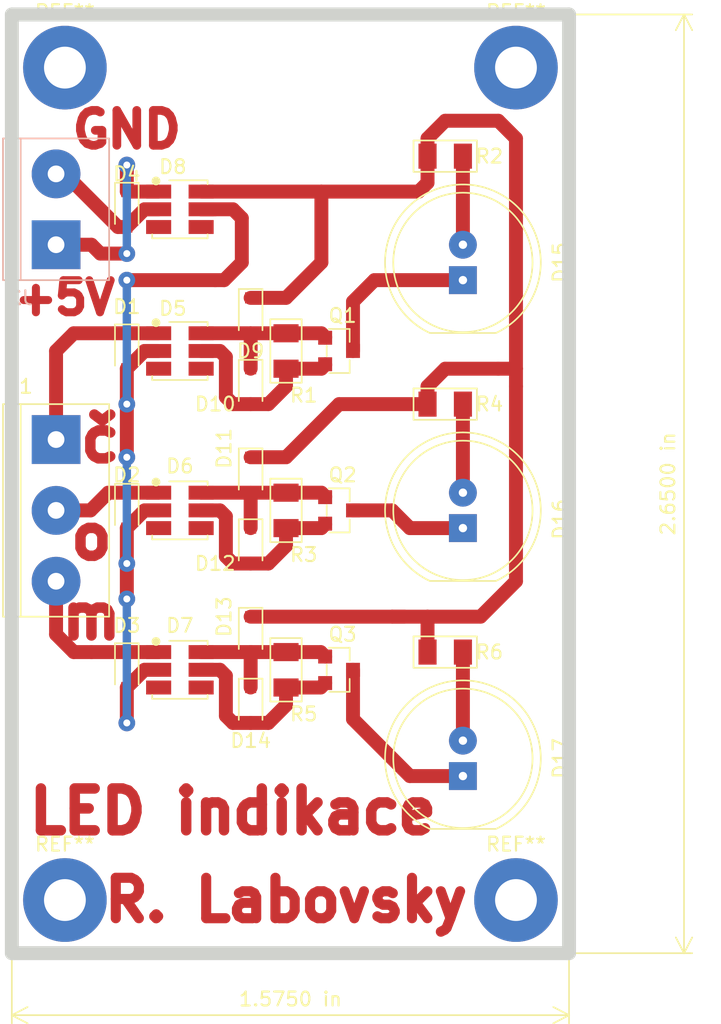
<source format=kicad_pcb>
(kicad_pcb (version 20171130) (host pcbnew "(5.1.5)-3")

  (general
    (thickness 1.6)
    (drawings 13)
    (tracks 144)
    (zones 0)
    (modules 32)
    (nets 24)
  )

  (page A4)
  (layers
    (0 F.Cu signal)
    (31 B.Cu signal)
    (32 B.Adhes user)
    (33 F.Adhes user)
    (34 B.Paste user)
    (35 F.Paste user)
    (36 B.SilkS user)
    (37 F.SilkS user)
    (38 B.Mask user)
    (39 F.Mask user)
    (40 Dwgs.User user)
    (41 Cmts.User user)
    (42 Eco1.User user)
    (43 Eco2.User user)
    (44 Edge.Cuts user)
    (45 Margin user)
    (46 B.CrtYd user)
    (47 F.CrtYd user)
    (48 B.Fab user hide)
    (49 F.Fab user hide)
  )

  (setup
    (last_trace_width 0.25)
    (user_trace_width 0.6)
    (user_trace_width 1)
    (trace_clearance 0.2)
    (zone_clearance 0.508)
    (zone_45_only no)
    (trace_min 0.2)
    (via_size 0.8)
    (via_drill 0.4)
    (via_min_size 0.4)
    (via_min_drill 0.3)
    (uvia_size 0.3)
    (uvia_drill 0.1)
    (uvias_allowed no)
    (uvia_min_size 0.2)
    (uvia_min_drill 0.1)
    (edge_width 0.05)
    (segment_width 0.2)
    (pcb_text_width 0.3)
    (pcb_text_size 1.5 1.5)
    (mod_edge_width 0.12)
    (mod_text_size 1 1)
    (mod_text_width 0.15)
    (pad_size 1 1)
    (pad_drill 0)
    (pad_to_mask_clearance 0.051)
    (solder_mask_min_width 0.25)
    (aux_axis_origin 0 0)
    (visible_elements 7FFFFFFF)
    (pcbplotparams
      (layerselection 0x00000_7fffffff)
      (usegerberextensions false)
      (usegerberattributes false)
      (usegerberadvancedattributes false)
      (creategerberjobfile false)
      (excludeedgelayer false)
      (linewidth 0.100000)
      (plotframeref false)
      (viasonmask true)
      (mode 1)
      (useauxorigin false)
      (hpglpennumber 1)
      (hpglpenspeed 20)
      (hpglpendiameter 15.000000)
      (psnegative false)
      (psa4output false)
      (plotreference false)
      (plotvalue false)
      (plotinvisibletext false)
      (padsonsilk true)
      (subtractmaskfromsilk false)
      (outputformat 5)
      (mirror true)
      (drillshape 1)
      (scaleselection 1)
      (outputdirectory "C:/Users/labovsky/Desktop/plosnaky3/"))
  )

  (net 0 "")
  (net 1 GND)
  (net 2 "Net-(D1-Pad1)")
  (net 3 "Net-(D2-Pad1)")
  (net 4 "Net-(D3-Pad1)")
  (net 5 "Net-(D4-Pad1)")
  (net 6 /RED)
  (net 7 "Net-(D5-Pad4)")
  (net 8 "Net-(D5-Pad3)")
  (net 9 "Net-(D6-Pad3)")
  (net 10 "Net-(D6-Pad4)")
  (net 11 /ORANGE)
  (net 12 /BLUE)
  (net 13 "Net-(D7-Pad4)")
  (net 14 "Net-(D7-Pad3)")
  (net 15 "Net-(D8-Pad3)")
  (net 16 "Net-(D8-Pad4)")
  (net 17 +5V)
  (net 18 "Net-(D15-Pad1)")
  (net 19 "Net-(D15-Pad2)")
  (net 20 "Net-(D16-Pad1)")
  (net 21 "Net-(D16-Pad2)")
  (net 22 "Net-(D17-Pad2)")
  (net 23 "Net-(D17-Pad1)")

  (net_class Default "This is the default net class."
    (clearance 0.2)
    (trace_width 0.25)
    (via_dia 0.8)
    (via_drill 0.4)
    (uvia_dia 0.3)
    (uvia_drill 0.1)
    (add_net +5V)
    (add_net /BLUE)
    (add_net /ORANGE)
    (add_net /RED)
    (add_net GND)
    (add_net "Net-(D1-Pad1)")
    (add_net "Net-(D15-Pad1)")
    (add_net "Net-(D15-Pad2)")
    (add_net "Net-(D16-Pad1)")
    (add_net "Net-(D16-Pad2)")
    (add_net "Net-(D17-Pad1)")
    (add_net "Net-(D17-Pad2)")
    (add_net "Net-(D2-Pad1)")
    (add_net "Net-(D3-Pad1)")
    (add_net "Net-(D4-Pad1)")
    (add_net "Net-(D5-Pad3)")
    (add_net "Net-(D5-Pad4)")
    (add_net "Net-(D6-Pad3)")
    (add_net "Net-(D6-Pad4)")
    (add_net "Net-(D7-Pad3)")
    (add_net "Net-(D7-Pad4)")
    (add_net "Net-(D8-Pad3)")
    (add_net "Net-(D8-Pad4)")
  )

  (module MountingHole:MountingHole_3mm_Pad (layer F.Cu) (tedit 5E73A117) (tstamp 5E73ABB9)
    (at 148.59 123.19)
    (descr "Mounting Hole 3mm")
    (tags "mounting hole 3mm")
    (attr virtual)
    (fp_text reference REF** (at 0 -4) (layer F.SilkS)
      (effects (font (size 1 1) (thickness 0.15)))
    )
    (fp_text value MountingHole_3mm_Pad (at 0 4) (layer F.Fab)
      (effects (font (size 1 1) (thickness 0.15)))
    )
    (fp_circle (center 0 0) (end 3.25 0) (layer F.CrtYd) (width 0.05))
    (fp_circle (center 0 0) (end 3 0) (layer Cmts.User) (width 0.15))
    (fp_text user %R (at 0.3 0) (layer F.Fab)
      (effects (font (size 1 1) (thickness 0.15)))
    )
    (pad 4 thru_hole circle (at 0 0) (size 6 6) (drill 3) (layers *.Cu *.Mask))
  )

  (module MountingHole:MountingHole_3mm_Pad (layer F.Cu) (tedit 5E73A112) (tstamp 5E73AB9C)
    (at 116.205 123.19)
    (descr "Mounting Hole 3mm")
    (tags "mounting hole 3mm")
    (attr virtual)
    (fp_text reference REF** (at 0 -4) (layer F.SilkS)
      (effects (font (size 1 1) (thickness 0.15)))
    )
    (fp_text value MountingHole_3mm_Pad (at 0 4) (layer F.Fab)
      (effects (font (size 1 1) (thickness 0.15)))
    )
    (fp_circle (center 0 0) (end 3.25 0) (layer F.CrtYd) (width 0.05))
    (fp_circle (center 0 0) (end 3 0) (layer Cmts.User) (width 0.15))
    (fp_text user %R (at 0.3 0) (layer F.Fab)
      (effects (font (size 1 1) (thickness 0.15)))
    )
    (pad 3 thru_hole circle (at 0 0) (size 6 6) (drill 3) (layers *.Cu *.Mask))
  )

  (module MountingHole:MountingHole_3mm_Pad (layer F.Cu) (tedit 5E73A10C) (tstamp 5E73AB7F)
    (at 148.59 63.5)
    (descr "Mounting Hole 3mm")
    (tags "mounting hole 3mm")
    (attr virtual)
    (fp_text reference REF** (at 0 -4) (layer F.SilkS)
      (effects (font (size 1 1) (thickness 0.15)))
    )
    (fp_text value MountingHole_3mm_Pad (at 0 4) (layer F.Fab)
      (effects (font (size 1 1) (thickness 0.15)))
    )
    (fp_circle (center 0 0) (end 3.25 0) (layer F.CrtYd) (width 0.05))
    (fp_circle (center 0 0) (end 3 0) (layer Cmts.User) (width 0.15))
    (fp_text user %R (at 0.3 0) (layer F.Fab)
      (effects (font (size 1 1) (thickness 0.15)))
    )
    (pad 2 thru_hole circle (at 0 0) (size 6 6) (drill 3) (layers *.Cu *.Mask))
  )

  (module MountingHole:MountingHole_3mm_Pad (layer F.Cu) (tedit 56D1B4CB) (tstamp 5E73AB62)
    (at 116.205 63.5)
    (descr "Mounting Hole 3mm")
    (tags "mounting hole 3mm")
    (attr virtual)
    (fp_text reference REF** (at 0 -4) (layer F.SilkS)
      (effects (font (size 1 1) (thickness 0.15)))
    )
    (fp_text value MountingHole_3mm_Pad (at 0 4) (layer F.Fab)
      (effects (font (size 1 1) (thickness 0.15)))
    )
    (fp_circle (center 0 0) (end 3.25 0) (layer F.CrtYd) (width 0.05))
    (fp_circle (center 0 0) (end 3 0) (layer Cmts.User) (width 0.15))
    (fp_text user %R (at 0.3 0) (layer F.Fab)
      (effects (font (size 1 1) (thickness 0.15)))
    )
    (pad 1 thru_hole circle (at 0 0) (size 6 6) (drill 3) (layers *.Cu *.Mask))
  )

  (module leds_tht_rl:led_d10_rl (layer F.Cu) (tedit 5E70A604) (tstamp 5E722A30)
    (at 144.78 113.03 90)
    (path /5E71DE26)
    (fp_text reference D17 (at 0 6.985 90) (layer F.SilkS)
      (effects (font (size 1 1) (thickness 0.15)))
    )
    (fp_text value LED (at 0 6.858 90) (layer F.Fab)
      (effects (font (size 1 1) (thickness 0.15)))
    )
    (fp_arc (start 0 0) (end -5 -2.291288) (angle 310.8) (layer F.Fab) (width 0.12))
    (fp_arc (start 0 0) (end -5.06 -2.375816) (angle 154.8) (layer F.SilkS) (width 0.12))
    (fp_circle (center 0 0) (end 5 0) (layer F.SilkS) (width 0.12))
    (fp_line (start 5.83 5.85) (end 5.83 -5.85) (layer F.CrtYd) (width 0.05))
    (fp_line (start -5 -2.291288) (end -5 2.291288) (layer F.Fab) (width 0.1))
    (fp_line (start -5.82 5.85) (end 5.83 5.85) (layer F.CrtYd) (width 0.05))
    (fp_line (start 5.83 -5.85) (end -5.82 -5.85) (layer F.CrtYd) (width 0.05))
    (fp_line (start -5.06 -2.376) (end -5.06 2.376) (layer F.SilkS) (width 0.12))
    (fp_line (start -5.82 -5.85) (end -5.82 5.85) (layer F.CrtYd) (width 0.05))
    (fp_arc (start 0 0) (end -5.06 2.375816) (angle -154.8) (layer F.SilkS) (width 0.12))
    (fp_circle (center 0 0) (end 5 0) (layer F.Fab) (width 0.12))
    (pad 2 thru_hole circle (at 1.27 0 90) (size 2 2) (drill 0.6) (layers *.Cu *.Mask)
      (net 22 "Net-(D17-Pad2)"))
    (pad 1 thru_hole rect (at -1.27 0 90) (size 2 2) (drill 0.6) (layers *.Cu *.Mask)
      (net 23 "Net-(D17-Pad1)"))
  )

  (module diodes_smd_rl:sod_323_rl (layer F.Cu) (tedit 5E70A055) (tstamp 5E7228BE)
    (at 120.65 83.82 270)
    (path /5E8F4FAB)
    (fp_text reference D1 (at -3.175 0 180) (layer F.SilkS)
      (effects (font (size 1 1) (thickness 0.15)))
    )
    (fp_text value undir_transil (at 0.254 1.778 90) (layer F.Fab)
      (effects (font (size 1 1) (thickness 0.15)))
    )
    (fp_line (start 1.778 -0.95) (end 1.778 0.95) (layer F.CrtYd) (width 0.05))
    (fp_line (start -0.3 -0.35) (end -0.3 0.35) (layer F.Fab) (width 0.1))
    (fp_line (start -0.3 0) (end 0.2 -0.35) (layer F.Fab) (width 0.1))
    (fp_line (start 0.9 0.7) (end -0.9 0.7) (layer F.Fab) (width 0.1))
    (fp_line (start -0.3 0) (end -0.5 0) (layer F.Fab) (width 0.1))
    (fp_line (start 0.2 -0.35) (end 0.2 0.35) (layer F.Fab) (width 0.1))
    (fp_line (start -1.905 -0.85) (end -1.905 0.85) (layer F.SilkS) (width 0.12))
    (fp_line (start -0.9 -0.7) (end 0.9 -0.7) (layer F.Fab) (width 0.1))
    (fp_line (start -1.905 0.85) (end 1.05 0.85) (layer F.SilkS) (width 0.12))
    (fp_line (start -1.905 0.9525) (end 1.778 0.95) (layer F.CrtYd) (width 0.05))
    (fp_line (start -1.905 -0.85) (end 1.05 -0.85) (layer F.SilkS) (width 0.12))
    (fp_line (start 0.2 0.35) (end -0.3 0) (layer F.Fab) (width 0.1))
    (fp_line (start -0.9 0.7) (end -0.9 -0.7) (layer F.Fab) (width 0.1))
    (fp_line (start 0.2 0) (end 0.45 0) (layer F.Fab) (width 0.1))
    (fp_line (start 0.9 -0.7) (end 0.9 0.7) (layer F.Fab) (width 0.1))
    (fp_line (start -1.905 -0.9525) (end 1.778 -0.9525) (layer F.CrtYd) (width 0.05))
    (fp_line (start -1.905 -0.9525) (end -1.905 0.9525) (layer F.CrtYd) (width 0.05))
    (pad 2 smd rect (at 1.27 0 270) (size 0.8 0.8) (layers F.Cu F.Paste F.Mask)
      (net 1 GND))
    (pad 1 smd rect (at -1.27 0 270) (size 0.8 0.8) (layers F.Cu F.Paste F.Mask)
      (net 2 "Net-(D1-Pad1)"))
  )

  (module diodes_smd_rl:sod_323_rl (layer F.Cu) (tedit 5E70A055) (tstamp 5E7228D5)
    (at 120.65 95.25 270)
    (path /5E8F5D90)
    (fp_text reference D2 (at -2.54 0) (layer F.SilkS)
      (effects (font (size 1 1) (thickness 0.15)))
    )
    (fp_text value undir_transil (at 0.254 1.778 90) (layer F.Fab)
      (effects (font (size 1 1) (thickness 0.15)))
    )
    (fp_line (start -1.905 -0.9525) (end -1.905 0.9525) (layer F.CrtYd) (width 0.05))
    (fp_line (start -1.905 -0.9525) (end 1.778 -0.9525) (layer F.CrtYd) (width 0.05))
    (fp_line (start 0.9 -0.7) (end 0.9 0.7) (layer F.Fab) (width 0.1))
    (fp_line (start 0.2 0) (end 0.45 0) (layer F.Fab) (width 0.1))
    (fp_line (start -0.9 0.7) (end -0.9 -0.7) (layer F.Fab) (width 0.1))
    (fp_line (start 0.2 0.35) (end -0.3 0) (layer F.Fab) (width 0.1))
    (fp_line (start -1.905 -0.85) (end 1.05 -0.85) (layer F.SilkS) (width 0.12))
    (fp_line (start -1.905 0.9525) (end 1.778 0.95) (layer F.CrtYd) (width 0.05))
    (fp_line (start -1.905 0.85) (end 1.05 0.85) (layer F.SilkS) (width 0.12))
    (fp_line (start -0.9 -0.7) (end 0.9 -0.7) (layer F.Fab) (width 0.1))
    (fp_line (start -1.905 -0.85) (end -1.905 0.85) (layer F.SilkS) (width 0.12))
    (fp_line (start 0.2 -0.35) (end 0.2 0.35) (layer F.Fab) (width 0.1))
    (fp_line (start -0.3 0) (end -0.5 0) (layer F.Fab) (width 0.1))
    (fp_line (start 0.9 0.7) (end -0.9 0.7) (layer F.Fab) (width 0.1))
    (fp_line (start -0.3 0) (end 0.2 -0.35) (layer F.Fab) (width 0.1))
    (fp_line (start -0.3 -0.35) (end -0.3 0.35) (layer F.Fab) (width 0.1))
    (fp_line (start 1.778 -0.95) (end 1.778 0.95) (layer F.CrtYd) (width 0.05))
    (pad 1 smd rect (at -1.27 0 270) (size 0.8 0.8) (layers F.Cu F.Paste F.Mask)
      (net 3 "Net-(D2-Pad1)"))
    (pad 2 smd rect (at 1.27 0 270) (size 0.8 0.8) (layers F.Cu F.Paste F.Mask)
      (net 1 GND))
  )

  (module diodes_smd_rl:sod_323_rl (layer F.Cu) (tedit 5E70A055) (tstamp 5E7228EC)
    (at 120.65 106.68 270)
    (path /5E8F671D)
    (fp_text reference D3 (at -3.175 0) (layer F.SilkS)
      (effects (font (size 1 1) (thickness 0.15)))
    )
    (fp_text value undir_transil (at 0.254 1.778 90) (layer F.Fab)
      (effects (font (size 1 1) (thickness 0.15)))
    )
    (fp_line (start 1.778 -0.95) (end 1.778 0.95) (layer F.CrtYd) (width 0.05))
    (fp_line (start -0.3 -0.35) (end -0.3 0.35) (layer F.Fab) (width 0.1))
    (fp_line (start -0.3 0) (end 0.2 -0.35) (layer F.Fab) (width 0.1))
    (fp_line (start 0.9 0.7) (end -0.9 0.7) (layer F.Fab) (width 0.1))
    (fp_line (start -0.3 0) (end -0.5 0) (layer F.Fab) (width 0.1))
    (fp_line (start 0.2 -0.35) (end 0.2 0.35) (layer F.Fab) (width 0.1))
    (fp_line (start -1.905 -0.85) (end -1.905 0.85) (layer F.SilkS) (width 0.12))
    (fp_line (start -0.9 -0.7) (end 0.9 -0.7) (layer F.Fab) (width 0.1))
    (fp_line (start -1.905 0.85) (end 1.05 0.85) (layer F.SilkS) (width 0.12))
    (fp_line (start -1.905 0.9525) (end 1.778 0.95) (layer F.CrtYd) (width 0.05))
    (fp_line (start -1.905 -0.85) (end 1.05 -0.85) (layer F.SilkS) (width 0.12))
    (fp_line (start 0.2 0.35) (end -0.3 0) (layer F.Fab) (width 0.1))
    (fp_line (start -0.9 0.7) (end -0.9 -0.7) (layer F.Fab) (width 0.1))
    (fp_line (start 0.2 0) (end 0.45 0) (layer F.Fab) (width 0.1))
    (fp_line (start 0.9 -0.7) (end 0.9 0.7) (layer F.Fab) (width 0.1))
    (fp_line (start -1.905 -0.9525) (end 1.778 -0.9525) (layer F.CrtYd) (width 0.05))
    (fp_line (start -1.905 -0.9525) (end -1.905 0.9525) (layer F.CrtYd) (width 0.05))
    (pad 2 smd rect (at 1.27 0 270) (size 0.8 0.8) (layers F.Cu F.Paste F.Mask)
      (net 1 GND))
    (pad 1 smd rect (at -1.27 0 270) (size 0.8 0.8) (layers F.Cu F.Paste F.Mask)
      (net 4 "Net-(D3-Pad1)"))
  )

  (module diodes_smd_rl:sod_323_rl (layer F.Cu) (tedit 5E70A055) (tstamp 5E722903)
    (at 120.65 73.66 270)
    (path /5E8F6E18)
    (fp_text reference D4 (at -2.54 0 180) (layer F.SilkS)
      (effects (font (size 1 1) (thickness 0.15)))
    )
    (fp_text value undir_transil (at 0.254 1.778 90) (layer F.Fab)
      (effects (font (size 1 1) (thickness 0.15)))
    )
    (fp_line (start -1.905 -0.9525) (end -1.905 0.9525) (layer F.CrtYd) (width 0.05))
    (fp_line (start -1.905 -0.9525) (end 1.778 -0.9525) (layer F.CrtYd) (width 0.05))
    (fp_line (start 0.9 -0.7) (end 0.9 0.7) (layer F.Fab) (width 0.1))
    (fp_line (start 0.2 0) (end 0.45 0) (layer F.Fab) (width 0.1))
    (fp_line (start -0.9 0.7) (end -0.9 -0.7) (layer F.Fab) (width 0.1))
    (fp_line (start 0.2 0.35) (end -0.3 0) (layer F.Fab) (width 0.1))
    (fp_line (start -1.905 -0.85) (end 1.05 -0.85) (layer F.SilkS) (width 0.12))
    (fp_line (start -1.905 0.9525) (end 1.778 0.95) (layer F.CrtYd) (width 0.05))
    (fp_line (start -1.905 0.85) (end 1.05 0.85) (layer F.SilkS) (width 0.12))
    (fp_line (start -0.9 -0.7) (end 0.9 -0.7) (layer F.Fab) (width 0.1))
    (fp_line (start -1.905 -0.85) (end -1.905 0.85) (layer F.SilkS) (width 0.12))
    (fp_line (start 0.2 -0.35) (end 0.2 0.35) (layer F.Fab) (width 0.1))
    (fp_line (start -0.3 0) (end -0.5 0) (layer F.Fab) (width 0.1))
    (fp_line (start 0.9 0.7) (end -0.9 0.7) (layer F.Fab) (width 0.1))
    (fp_line (start -0.3 0) (end 0.2 -0.35) (layer F.Fab) (width 0.1))
    (fp_line (start -0.3 -0.35) (end -0.3 0.35) (layer F.Fab) (width 0.1))
    (fp_line (start 1.778 -0.95) (end 1.778 0.95) (layer F.CrtYd) (width 0.05))
    (pad 1 smd rect (at -1.27 0 270) (size 0.8 0.8) (layers F.Cu F.Paste F.Mask)
      (net 5 "Net-(D4-Pad1)"))
    (pad 2 smd rect (at 1.27 0 270) (size 0.8 0.8) (layers F.Cu F.Paste F.Mask)
      (net 1 GND))
  )

  (module packages_tsoc_rl:tsoc_6_rl (layer F.Cu) (tedit 5E908EA7) (tstamp 5E72291F)
    (at 124.46 83.82)
    (path /5E928FD6)
    (fp_text reference D5 (at -0.508 -3.048) (layer F.SilkS)
      (effects (font (size 1 1) (thickness 0.15)))
    )
    (fp_text value DS9503_rl (at 0 3.048) (layer F.Fab)
      (effects (font (size 1 1) (thickness 0.15)))
    )
    (fp_text user %R (at 0 0) (layer F.Fab)
      (effects (font (size 0.7 0.7) (thickness 0.127)))
    )
    (fp_line (start -1.88 -1.27) (end -1.18 -1.97) (layer F.Fab) (width 0.1))
    (fp_line (start -2.44 -2.22) (end -2.44 2.22) (layer F.CrtYd) (width 0.05))
    (fp_line (start 2.44 -2.22) (end 2.44 2.22) (layer F.CrtYd) (width 0.05))
    (fp_line (start 1.99 -2.08) (end 1.99 -1.795) (layer F.SilkS) (width 0.12))
    (fp_line (start 1.99 1.795) (end 1.99 2.08) (layer F.SilkS) (width 0.12))
    (fp_line (start -1.99 2.08) (end 1.99 2.08) (layer F.SilkS) (width 0.12))
    (fp_line (start -2.44 2.22) (end 2.44 2.22) (layer F.CrtYd) (width 0.05))
    (fp_line (start -1.99 1.795) (end -1.99 2.08) (layer F.SilkS) (width 0.12))
    (fp_line (start -2.44 -2.22) (end 2.44 -2.22) (layer F.CrtYd) (width 0.05))
    (fp_line (start -1.18 -1.97) (end 1.88 -1.97) (layer F.Fab) (width 0.1))
    (fp_line (start -1.88 1.97) (end 1.88 1.97) (layer F.Fab) (width 0.1))
    (fp_line (start -1.88 -1.27) (end -1.88 1.97) (layer F.Fab) (width 0.1))
    (fp_line (start -0.762 -2.08) (end 1.99 -2.08) (layer F.SilkS) (width 0.12))
    (fp_line (start 1.88 -1.97) (end 1.88 1.97) (layer F.Fab) (width 0.1))
    (fp_circle (center -1.7145 -2.032) (end -1.9685 -2.032) (layer F.SilkS) (width 0.12))
    (fp_circle (center -1.7145 -2.032) (end -1.651 -1.905) (layer F.SilkS) (width 0.12))
    (fp_circle (center -1.7145 -2.032) (end -1.7145 -1.9685) (layer F.SilkS) (width 0.12))
    (pad 6 smd rect (at 1.525 -1.27) (size 1.8 1) (layers F.Cu F.Paste F.Mask)
      (net 6 /RED))
    (pad 5 smd rect (at 1.525 0) (size 1.8 1) (layers F.Cu F.Paste F.Mask)
      (net 1 GND))
    (pad 4 smd rect (at 1.525 1.27) (size 1.8 1) (layers F.Cu F.Paste F.Mask)
      (net 7 "Net-(D5-Pad4)"))
    (pad 1 smd rect (at -1.525 -1.27) (size 1.8 1) (layers F.Cu F.Paste F.Mask)
      (net 2 "Net-(D1-Pad1)"))
    (pad 3 smd rect (at -1.525 1.27) (size 1.8 1) (layers F.Cu F.Paste F.Mask)
      (net 8 "Net-(D5-Pad3)"))
    (pad 2 smd rect (at -1.525 0) (size 1.8 1) (layers F.Cu F.Paste F.Mask)
      (net 1 GND))
  )

  (module packages_tsoc_rl:tsoc_6_rl (layer F.Cu) (tedit 5E908ECF) (tstamp 5E72293B)
    (at 124.46 95.25)
    (path /5E92FA73)
    (fp_text reference D6 (at 0 -3.175) (layer F.SilkS)
      (effects (font (size 1 1) (thickness 0.15)))
    )
    (fp_text value DS9503_rl (at 0 3.048) (layer F.Fab)
      (effects (font (size 1 1) (thickness 0.15)))
    )
    (fp_circle (center -1.7145 -2.032) (end -1.7145 -1.9685) (layer F.SilkS) (width 0.12))
    (fp_circle (center -1.7145 -2.032) (end -1.651 -1.905) (layer F.SilkS) (width 0.12))
    (fp_circle (center -1.7145 -2.032) (end -1.9685 -2.032) (layer F.SilkS) (width 0.12))
    (fp_line (start 1.88 -1.97) (end 1.88 1.97) (layer F.Fab) (width 0.1))
    (fp_line (start -0.762 -2.08) (end 1.99 -2.08) (layer F.SilkS) (width 0.12))
    (fp_line (start -1.88 -1.27) (end -1.88 1.97) (layer F.Fab) (width 0.1))
    (fp_line (start -1.88 1.97) (end 1.88 1.97) (layer F.Fab) (width 0.1))
    (fp_line (start -1.18 -1.97) (end 1.88 -1.97) (layer F.Fab) (width 0.1))
    (fp_line (start -2.44 -2.22) (end 2.44 -2.22) (layer F.CrtYd) (width 0.05))
    (fp_line (start -1.99 1.795) (end -1.99 2.08) (layer F.SilkS) (width 0.12))
    (fp_line (start -2.44 2.22) (end 2.44 2.22) (layer F.CrtYd) (width 0.05))
    (fp_line (start -1.99 2.08) (end 1.99 2.08) (layer F.SilkS) (width 0.12))
    (fp_line (start 1.99 1.795) (end 1.99 2.08) (layer F.SilkS) (width 0.12))
    (fp_line (start 1.99 -2.08) (end 1.99 -1.795) (layer F.SilkS) (width 0.12))
    (fp_line (start 2.44 -2.22) (end 2.44 2.22) (layer F.CrtYd) (width 0.05))
    (fp_line (start -2.44 -2.22) (end -2.44 2.22) (layer F.CrtYd) (width 0.05))
    (fp_line (start -1.88 -1.27) (end -1.18 -1.97) (layer F.Fab) (width 0.1))
    (fp_text user %R (at 0 0) (layer F.Fab)
      (effects (font (size 0.7 0.7) (thickness 0.127)))
    )
    (pad 2 smd rect (at -1.525 0) (size 1.8 1) (layers F.Cu F.Paste F.Mask)
      (net 1 GND))
    (pad 3 smd rect (at -1.525 1.27) (size 1.8 1) (layers F.Cu F.Paste F.Mask)
      (net 9 "Net-(D6-Pad3)"))
    (pad 1 smd rect (at -1.525 -1.27) (size 1.8 1) (layers F.Cu F.Paste F.Mask)
      (net 3 "Net-(D2-Pad1)"))
    (pad 4 smd rect (at 1.525 1.27) (size 1.8 1) (layers F.Cu F.Paste F.Mask)
      (net 10 "Net-(D6-Pad4)"))
    (pad 5 smd rect (at 1.525 0) (size 1.8 1) (layers F.Cu F.Paste F.Mask)
      (net 1 GND))
    (pad 6 smd rect (at 1.525 -1.27) (size 1.8 1) (layers F.Cu F.Paste F.Mask)
      (net 11 /ORANGE))
  )

  (module packages_tsoc_rl:tsoc_6_rl (layer F.Cu) (tedit 5E908EF2) (tstamp 5E722957)
    (at 124.46 106.68)
    (path /5E93A1C3)
    (fp_text reference D7 (at 0 -3.175) (layer F.SilkS)
      (effects (font (size 1 1) (thickness 0.15)))
    )
    (fp_text value DS9503_rl (at 0 3.048) (layer F.Fab)
      (effects (font (size 1 1) (thickness 0.15)))
    )
    (fp_text user %R (at 0 0) (layer F.Fab)
      (effects (font (size 0.7 0.7) (thickness 0.127)))
    )
    (fp_line (start -1.88 -1.27) (end -1.18 -1.97) (layer F.Fab) (width 0.1))
    (fp_line (start -2.44 -2.22) (end -2.44 2.22) (layer F.CrtYd) (width 0.05))
    (fp_line (start 2.44 -2.22) (end 2.44 2.22) (layer F.CrtYd) (width 0.05))
    (fp_line (start 1.99 -2.08) (end 1.99 -1.795) (layer F.SilkS) (width 0.12))
    (fp_line (start 1.99 1.795) (end 1.99 2.08) (layer F.SilkS) (width 0.12))
    (fp_line (start -1.99 2.08) (end 1.99 2.08) (layer F.SilkS) (width 0.12))
    (fp_line (start -2.44 2.22) (end 2.44 2.22) (layer F.CrtYd) (width 0.05))
    (fp_line (start -1.99 1.795) (end -1.99 2.08) (layer F.SilkS) (width 0.12))
    (fp_line (start -2.44 -2.22) (end 2.44 -2.22) (layer F.CrtYd) (width 0.05))
    (fp_line (start -1.18 -1.97) (end 1.88 -1.97) (layer F.Fab) (width 0.1))
    (fp_line (start -1.88 1.97) (end 1.88 1.97) (layer F.Fab) (width 0.1))
    (fp_line (start -1.88 -1.27) (end -1.88 1.97) (layer F.Fab) (width 0.1))
    (fp_line (start -0.762 -2.08) (end 1.99 -2.08) (layer F.SilkS) (width 0.12))
    (fp_line (start 1.88 -1.97) (end 1.88 1.97) (layer F.Fab) (width 0.1))
    (fp_circle (center -1.7145 -2.032) (end -1.9685 -2.032) (layer F.SilkS) (width 0.12))
    (fp_circle (center -1.7145 -2.032) (end -1.651 -1.905) (layer F.SilkS) (width 0.12))
    (fp_circle (center -1.7145 -2.032) (end -1.7145 -1.9685) (layer F.SilkS) (width 0.12))
    (pad 6 smd rect (at 1.525 -1.27) (size 1.8 1) (layers F.Cu F.Paste F.Mask)
      (net 12 /BLUE))
    (pad 5 smd rect (at 1.525 0) (size 1.8 1) (layers F.Cu F.Paste F.Mask)
      (net 1 GND))
    (pad 4 smd rect (at 1.525 1.27) (size 1.8 1) (layers F.Cu F.Paste F.Mask)
      (net 13 "Net-(D7-Pad4)"))
    (pad 1 smd rect (at -1.525 -1.27) (size 1.8 1) (layers F.Cu F.Paste F.Mask)
      (net 4 "Net-(D3-Pad1)"))
    (pad 3 smd rect (at -1.525 1.27) (size 1.8 1) (layers F.Cu F.Paste F.Mask)
      (net 14 "Net-(D7-Pad3)"))
    (pad 2 smd rect (at -1.525 0) (size 1.8 1) (layers F.Cu F.Paste F.Mask)
      (net 1 GND))
  )

  (module packages_tsoc_rl:tsoc_6_rl (layer F.Cu) (tedit 5E908E7A) (tstamp 5E722973)
    (at 124.46 73.66)
    (path /5E8FD1C5)
    (fp_text reference D8 (at -0.508 -3.048) (layer F.SilkS)
      (effects (font (size 1 1) (thickness 0.15)))
    )
    (fp_text value DS9503_rl (at 0 3.048) (layer F.Fab)
      (effects (font (size 1 1) (thickness 0.15)))
    )
    (fp_circle (center -1.7145 -2.032) (end -1.7145 -1.9685) (layer F.SilkS) (width 0.12))
    (fp_circle (center -1.7145 -2.032) (end -1.651 -1.905) (layer F.SilkS) (width 0.12))
    (fp_circle (center -1.7145 -2.032) (end -1.9685 -2.032) (layer F.SilkS) (width 0.12))
    (fp_line (start 1.88 -1.97) (end 1.88 1.97) (layer F.Fab) (width 0.1))
    (fp_line (start -0.762 -2.08) (end 1.99 -2.08) (layer F.SilkS) (width 0.12))
    (fp_line (start -1.88 -1.27) (end -1.88 1.97) (layer F.Fab) (width 0.1))
    (fp_line (start -1.88 1.97) (end 1.88 1.97) (layer F.Fab) (width 0.1))
    (fp_line (start -1.18 -1.97) (end 1.88 -1.97) (layer F.Fab) (width 0.1))
    (fp_line (start -2.44 -2.22) (end 2.44 -2.22) (layer F.CrtYd) (width 0.05))
    (fp_line (start -1.99 1.795) (end -1.99 2.08) (layer F.SilkS) (width 0.12))
    (fp_line (start -2.44 2.22) (end 2.44 2.22) (layer F.CrtYd) (width 0.05))
    (fp_line (start -1.99 2.08) (end 1.99 2.08) (layer F.SilkS) (width 0.12))
    (fp_line (start 1.99 1.795) (end 1.99 2.08) (layer F.SilkS) (width 0.12))
    (fp_line (start 1.99 -2.08) (end 1.99 -1.795) (layer F.SilkS) (width 0.12))
    (fp_line (start 2.44 -2.22) (end 2.44 2.22) (layer F.CrtYd) (width 0.05))
    (fp_line (start -2.44 -2.22) (end -2.44 2.22) (layer F.CrtYd) (width 0.05))
    (fp_line (start -1.88 -1.27) (end -1.18 -1.97) (layer F.Fab) (width 0.1))
    (fp_text user %R (at 0 0) (layer F.Fab)
      (effects (font (size 0.7 0.7) (thickness 0.127)))
    )
    (pad 2 smd rect (at -1.525 0) (size 1.8 1) (layers F.Cu F.Paste F.Mask)
      (net 1 GND))
    (pad 3 smd rect (at -1.525 1.27) (size 1.8 1) (layers F.Cu F.Paste F.Mask)
      (net 15 "Net-(D8-Pad3)"))
    (pad 1 smd rect (at -1.525 -1.27) (size 1.8 1) (layers F.Cu F.Paste F.Mask)
      (net 5 "Net-(D4-Pad1)"))
    (pad 4 smd rect (at 1.525 1.27) (size 1.8 1) (layers F.Cu F.Paste F.Mask)
      (net 16 "Net-(D8-Pad4)"))
    (pad 5 smd rect (at 1.525 0) (size 1.8 1) (layers F.Cu F.Paste F.Mask)
      (net 1 GND))
    (pad 6 smd rect (at 1.525 -1.27) (size 1.8 1) (layers F.Cu F.Paste F.Mask)
      (net 17 +5V))
  )

  (module diodes_smd_rl:sod_323_rl (layer F.Cu) (tedit 5E70A055) (tstamp 5E7390D9)
    (at 129.54 81.28 270)
    (path /5E76727B)
    (fp_text reference D9 (at 2.54 0 180) (layer F.SilkS)
      (effects (font (size 1 1) (thickness 0.15)))
    )
    (fp_text value D_Schottky (at 0.254 1.778 90) (layer F.Fab)
      (effects (font (size 1 1) (thickness 0.15)))
    )
    (fp_line (start -1.905 -0.9525) (end -1.905 0.9525) (layer F.CrtYd) (width 0.05))
    (fp_line (start -1.905 -0.9525) (end 1.778 -0.9525) (layer F.CrtYd) (width 0.05))
    (fp_line (start 0.9 -0.7) (end 0.9 0.7) (layer F.Fab) (width 0.1))
    (fp_line (start 0.2 0) (end 0.45 0) (layer F.Fab) (width 0.1))
    (fp_line (start -0.9 0.7) (end -0.9 -0.7) (layer F.Fab) (width 0.1))
    (fp_line (start 0.2 0.35) (end -0.3 0) (layer F.Fab) (width 0.1))
    (fp_line (start -1.905 -0.85) (end 1.05 -0.85) (layer F.SilkS) (width 0.12))
    (fp_line (start -1.905 0.9525) (end 1.778 0.95) (layer F.CrtYd) (width 0.05))
    (fp_line (start -1.905 0.85) (end 1.05 0.85) (layer F.SilkS) (width 0.12))
    (fp_line (start -0.9 -0.7) (end 0.9 -0.7) (layer F.Fab) (width 0.1))
    (fp_line (start -1.905 -0.85) (end -1.905 0.85) (layer F.SilkS) (width 0.12))
    (fp_line (start 0.2 -0.35) (end 0.2 0.35) (layer F.Fab) (width 0.1))
    (fp_line (start -0.3 0) (end -0.5 0) (layer F.Fab) (width 0.1))
    (fp_line (start 0.9 0.7) (end -0.9 0.7) (layer F.Fab) (width 0.1))
    (fp_line (start -0.3 0) (end 0.2 -0.35) (layer F.Fab) (width 0.1))
    (fp_line (start -0.3 -0.35) (end -0.3 0.35) (layer F.Fab) (width 0.1))
    (fp_line (start 1.778 -0.95) (end 1.778 0.95) (layer F.CrtYd) (width 0.05))
    (pad 1 smd rect (at -1.27 0 270) (size 0.8 0.8) (layers F.Cu F.Paste F.Mask)
      (net 17 +5V))
    (pad 2 smd rect (at 1.27 0 270) (size 0.8 0.8) (layers F.Cu F.Paste F.Mask)
      (net 6 /RED))
  )

  (module diodes_smd_rl:sod_323_rl (layer F.Cu) (tedit 5E70A055) (tstamp 5E7229A1)
    (at 129.54 86.36 270)
    (path /5E7682DD)
    (fp_text reference D10 (at 1.27 2.54 180) (layer F.SilkS)
      (effects (font (size 1 1) (thickness 0.15)))
    )
    (fp_text value D_Schottky (at 0.254 1.778 90) (layer F.Fab)
      (effects (font (size 1 1) (thickness 0.15)))
    )
    (fp_line (start 1.778 -0.95) (end 1.778 0.95) (layer F.CrtYd) (width 0.05))
    (fp_line (start -0.3 -0.35) (end -0.3 0.35) (layer F.Fab) (width 0.1))
    (fp_line (start -0.3 0) (end 0.2 -0.35) (layer F.Fab) (width 0.1))
    (fp_line (start 0.9 0.7) (end -0.9 0.7) (layer F.Fab) (width 0.1))
    (fp_line (start -0.3 0) (end -0.5 0) (layer F.Fab) (width 0.1))
    (fp_line (start 0.2 -0.35) (end 0.2 0.35) (layer F.Fab) (width 0.1))
    (fp_line (start -1.905 -0.85) (end -1.905 0.85) (layer F.SilkS) (width 0.12))
    (fp_line (start -0.9 -0.7) (end 0.9 -0.7) (layer F.Fab) (width 0.1))
    (fp_line (start -1.905 0.85) (end 1.05 0.85) (layer F.SilkS) (width 0.12))
    (fp_line (start -1.905 0.9525) (end 1.778 0.95) (layer F.CrtYd) (width 0.05))
    (fp_line (start -1.905 -0.85) (end 1.05 -0.85) (layer F.SilkS) (width 0.12))
    (fp_line (start 0.2 0.35) (end -0.3 0) (layer F.Fab) (width 0.1))
    (fp_line (start -0.9 0.7) (end -0.9 -0.7) (layer F.Fab) (width 0.1))
    (fp_line (start 0.2 0) (end 0.45 0) (layer F.Fab) (width 0.1))
    (fp_line (start 0.9 -0.7) (end 0.9 0.7) (layer F.Fab) (width 0.1))
    (fp_line (start -1.905 -0.9525) (end 1.778 -0.9525) (layer F.CrtYd) (width 0.05))
    (fp_line (start -1.905 -0.9525) (end -1.905 0.9525) (layer F.CrtYd) (width 0.05))
    (pad 2 smd rect (at 1.27 0 270) (size 0.8 0.8) (layers F.Cu F.Paste F.Mask)
      (net 1 GND))
    (pad 1 smd rect (at -1.27 0 270) (size 0.8 0.8) (layers F.Cu F.Paste F.Mask)
      (net 6 /RED))
  )

  (module diodes_smd_rl:sod_323_rl (layer F.Cu) (tedit 5E70A055) (tstamp 5E7229B8)
    (at 129.54 92.71 270)
    (path /5E775049)
    (fp_text reference D11 (at -1.905 1.905 270) (layer F.SilkS)
      (effects (font (size 1 1) (thickness 0.15)))
    )
    (fp_text value D_Schottky (at 0.254 1.778 90) (layer F.Fab)
      (effects (font (size 1 1) (thickness 0.15)))
    )
    (fp_line (start -1.905 -0.9525) (end -1.905 0.9525) (layer F.CrtYd) (width 0.05))
    (fp_line (start -1.905 -0.9525) (end 1.778 -0.9525) (layer F.CrtYd) (width 0.05))
    (fp_line (start 0.9 -0.7) (end 0.9 0.7) (layer F.Fab) (width 0.1))
    (fp_line (start 0.2 0) (end 0.45 0) (layer F.Fab) (width 0.1))
    (fp_line (start -0.9 0.7) (end -0.9 -0.7) (layer F.Fab) (width 0.1))
    (fp_line (start 0.2 0.35) (end -0.3 0) (layer F.Fab) (width 0.1))
    (fp_line (start -1.905 -0.85) (end 1.05 -0.85) (layer F.SilkS) (width 0.12))
    (fp_line (start -1.905 0.9525) (end 1.778 0.95) (layer F.CrtYd) (width 0.05))
    (fp_line (start -1.905 0.85) (end 1.05 0.85) (layer F.SilkS) (width 0.12))
    (fp_line (start -0.9 -0.7) (end 0.9 -0.7) (layer F.Fab) (width 0.1))
    (fp_line (start -1.905 -0.85) (end -1.905 0.85) (layer F.SilkS) (width 0.12))
    (fp_line (start 0.2 -0.35) (end 0.2 0.35) (layer F.Fab) (width 0.1))
    (fp_line (start -0.3 0) (end -0.5 0) (layer F.Fab) (width 0.1))
    (fp_line (start 0.9 0.7) (end -0.9 0.7) (layer F.Fab) (width 0.1))
    (fp_line (start -0.3 0) (end 0.2 -0.35) (layer F.Fab) (width 0.1))
    (fp_line (start -0.3 -0.35) (end -0.3 0.35) (layer F.Fab) (width 0.1))
    (fp_line (start 1.778 -0.95) (end 1.778 0.95) (layer F.CrtYd) (width 0.05))
    (pad 1 smd rect (at -1.27 0 270) (size 0.8 0.8) (layers F.Cu F.Paste F.Mask)
      (net 17 +5V))
    (pad 2 smd rect (at 1.27 0 270) (size 0.8 0.8) (layers F.Cu F.Paste F.Mask)
      (net 11 /ORANGE))
  )

  (module diodes_smd_rl:sod_323_rl (layer F.Cu) (tedit 5E70A055) (tstamp 5E7229CF)
    (at 129.54 97.79 270)
    (path /5E77504F)
    (fp_text reference D12 (at 1.27 2.54 180) (layer F.SilkS)
      (effects (font (size 1 1) (thickness 0.15)))
    )
    (fp_text value D_Schottky (at 0.254 1.778 90) (layer F.Fab)
      (effects (font (size 1 1) (thickness 0.15)))
    )
    (fp_line (start 1.778 -0.95) (end 1.778 0.95) (layer F.CrtYd) (width 0.05))
    (fp_line (start -0.3 -0.35) (end -0.3 0.35) (layer F.Fab) (width 0.1))
    (fp_line (start -0.3 0) (end 0.2 -0.35) (layer F.Fab) (width 0.1))
    (fp_line (start 0.9 0.7) (end -0.9 0.7) (layer F.Fab) (width 0.1))
    (fp_line (start -0.3 0) (end -0.5 0) (layer F.Fab) (width 0.1))
    (fp_line (start 0.2 -0.35) (end 0.2 0.35) (layer F.Fab) (width 0.1))
    (fp_line (start -1.905 -0.85) (end -1.905 0.85) (layer F.SilkS) (width 0.12))
    (fp_line (start -0.9 -0.7) (end 0.9 -0.7) (layer F.Fab) (width 0.1))
    (fp_line (start -1.905 0.85) (end 1.05 0.85) (layer F.SilkS) (width 0.12))
    (fp_line (start -1.905 0.9525) (end 1.778 0.95) (layer F.CrtYd) (width 0.05))
    (fp_line (start -1.905 -0.85) (end 1.05 -0.85) (layer F.SilkS) (width 0.12))
    (fp_line (start 0.2 0.35) (end -0.3 0) (layer F.Fab) (width 0.1))
    (fp_line (start -0.9 0.7) (end -0.9 -0.7) (layer F.Fab) (width 0.1))
    (fp_line (start 0.2 0) (end 0.45 0) (layer F.Fab) (width 0.1))
    (fp_line (start 0.9 -0.7) (end 0.9 0.7) (layer F.Fab) (width 0.1))
    (fp_line (start -1.905 -0.9525) (end 1.778 -0.9525) (layer F.CrtYd) (width 0.05))
    (fp_line (start -1.905 -0.9525) (end -1.905 0.9525) (layer F.CrtYd) (width 0.05))
    (pad 2 smd rect (at 1.27 0 270) (size 0.8 0.8) (layers F.Cu F.Paste F.Mask)
      (net 1 GND))
    (pad 1 smd rect (at -1.27 0 270) (size 0.8 0.8) (layers F.Cu F.Paste F.Mask)
      (net 11 /ORANGE))
  )

  (module diodes_smd_rl:sod_323_rl (layer F.Cu) (tedit 5E70A055) (tstamp 5E7229E6)
    (at 129.54 104.14 270)
    (path /5E776756)
    (fp_text reference D13 (at -1.27 1.905 270) (layer F.SilkS)
      (effects (font (size 1 1) (thickness 0.15)))
    )
    (fp_text value D_Schottky (at 0.254 1.778 90) (layer F.Fab)
      (effects (font (size 1 1) (thickness 0.15)))
    )
    (fp_line (start -1.905 -0.9525) (end -1.905 0.9525) (layer F.CrtYd) (width 0.05))
    (fp_line (start -1.905 -0.9525) (end 1.778 -0.9525) (layer F.CrtYd) (width 0.05))
    (fp_line (start 0.9 -0.7) (end 0.9 0.7) (layer F.Fab) (width 0.1))
    (fp_line (start 0.2 0) (end 0.45 0) (layer F.Fab) (width 0.1))
    (fp_line (start -0.9 0.7) (end -0.9 -0.7) (layer F.Fab) (width 0.1))
    (fp_line (start 0.2 0.35) (end -0.3 0) (layer F.Fab) (width 0.1))
    (fp_line (start -1.905 -0.85) (end 1.05 -0.85) (layer F.SilkS) (width 0.12))
    (fp_line (start -1.905 0.9525) (end 1.778 0.95) (layer F.CrtYd) (width 0.05))
    (fp_line (start -1.905 0.85) (end 1.05 0.85) (layer F.SilkS) (width 0.12))
    (fp_line (start -0.9 -0.7) (end 0.9 -0.7) (layer F.Fab) (width 0.1))
    (fp_line (start -1.905 -0.85) (end -1.905 0.85) (layer F.SilkS) (width 0.12))
    (fp_line (start 0.2 -0.35) (end 0.2 0.35) (layer F.Fab) (width 0.1))
    (fp_line (start -0.3 0) (end -0.5 0) (layer F.Fab) (width 0.1))
    (fp_line (start 0.9 0.7) (end -0.9 0.7) (layer F.Fab) (width 0.1))
    (fp_line (start -0.3 0) (end 0.2 -0.35) (layer F.Fab) (width 0.1))
    (fp_line (start -0.3 -0.35) (end -0.3 0.35) (layer F.Fab) (width 0.1))
    (fp_line (start 1.778 -0.95) (end 1.778 0.95) (layer F.CrtYd) (width 0.05))
    (pad 1 smd rect (at -1.27 0 270) (size 0.8 0.8) (layers F.Cu F.Paste F.Mask)
      (net 17 +5V))
    (pad 2 smd rect (at 1.27 0 270) (size 0.8 0.8) (layers F.Cu F.Paste F.Mask)
      (net 12 /BLUE))
  )

  (module diodes_smd_rl:sod_323_rl (layer F.Cu) (tedit 5E70A055) (tstamp 5E7229FD)
    (at 129.54 109.22 270)
    (path /5E77675C)
    (fp_text reference D14 (at 2.54 0 180) (layer F.SilkS)
      (effects (font (size 1 1) (thickness 0.15)))
    )
    (fp_text value D_Schottky (at 0.254 1.778 90) (layer F.Fab)
      (effects (font (size 1 1) (thickness 0.15)))
    )
    (fp_line (start 1.778 -0.95) (end 1.778 0.95) (layer F.CrtYd) (width 0.05))
    (fp_line (start -0.3 -0.35) (end -0.3 0.35) (layer F.Fab) (width 0.1))
    (fp_line (start -0.3 0) (end 0.2 -0.35) (layer F.Fab) (width 0.1))
    (fp_line (start 0.9 0.7) (end -0.9 0.7) (layer F.Fab) (width 0.1))
    (fp_line (start -0.3 0) (end -0.5 0) (layer F.Fab) (width 0.1))
    (fp_line (start 0.2 -0.35) (end 0.2 0.35) (layer F.Fab) (width 0.1))
    (fp_line (start -1.905 -0.85) (end -1.905 0.85) (layer F.SilkS) (width 0.12))
    (fp_line (start -0.9 -0.7) (end 0.9 -0.7) (layer F.Fab) (width 0.1))
    (fp_line (start -1.905 0.85) (end 1.05 0.85) (layer F.SilkS) (width 0.12))
    (fp_line (start -1.905 0.9525) (end 1.778 0.95) (layer F.CrtYd) (width 0.05))
    (fp_line (start -1.905 -0.85) (end 1.05 -0.85) (layer F.SilkS) (width 0.12))
    (fp_line (start 0.2 0.35) (end -0.3 0) (layer F.Fab) (width 0.1))
    (fp_line (start -0.9 0.7) (end -0.9 -0.7) (layer F.Fab) (width 0.1))
    (fp_line (start 0.2 0) (end 0.45 0) (layer F.Fab) (width 0.1))
    (fp_line (start 0.9 -0.7) (end 0.9 0.7) (layer F.Fab) (width 0.1))
    (fp_line (start -1.905 -0.9525) (end 1.778 -0.9525) (layer F.CrtYd) (width 0.05))
    (fp_line (start -1.905 -0.9525) (end -1.905 0.9525) (layer F.CrtYd) (width 0.05))
    (pad 2 smd rect (at 1.27 0 270) (size 0.8 0.8) (layers F.Cu F.Paste F.Mask)
      (net 1 GND))
    (pad 1 smd rect (at -1.27 0 270) (size 0.8 0.8) (layers F.Cu F.Paste F.Mask)
      (net 12 /BLUE))
  )

  (module leds_tht_rl:led_d10_rl (layer F.Cu) (tedit 5E70A604) (tstamp 5E722A0E)
    (at 144.78 77.47 90)
    (path /5E71CF56)
    (fp_text reference D15 (at 0 6.985 270) (layer F.SilkS)
      (effects (font (size 1 1) (thickness 0.15)))
    )
    (fp_text value LED (at 0 6.858 90) (layer F.Fab)
      (effects (font (size 1 1) (thickness 0.15)))
    )
    (fp_circle (center 0 0) (end 5 0) (layer F.Fab) (width 0.12))
    (fp_arc (start 0 0) (end -5.06 2.375816) (angle -154.8) (layer F.SilkS) (width 0.12))
    (fp_line (start -5.82 -5.85) (end -5.82 5.85) (layer F.CrtYd) (width 0.05))
    (fp_line (start -5.06 -2.376) (end -5.06 2.376) (layer F.SilkS) (width 0.12))
    (fp_line (start 5.83 -5.85) (end -5.82 -5.85) (layer F.CrtYd) (width 0.05))
    (fp_line (start -5.82 5.85) (end 5.83 5.85) (layer F.CrtYd) (width 0.05))
    (fp_line (start -5 -2.291288) (end -5 2.291288) (layer F.Fab) (width 0.1))
    (fp_line (start 5.83 5.85) (end 5.83 -5.85) (layer F.CrtYd) (width 0.05))
    (fp_circle (center 0 0) (end 5 0) (layer F.SilkS) (width 0.12))
    (fp_arc (start 0 0) (end -5.06 -2.375816) (angle 154.8) (layer F.SilkS) (width 0.12))
    (fp_arc (start 0 0) (end -5 -2.291288) (angle 310.8) (layer F.Fab) (width 0.12))
    (pad 1 thru_hole rect (at -1.27 0 90) (size 2 2) (drill 0.6) (layers *.Cu *.Mask)
      (net 18 "Net-(D15-Pad1)"))
    (pad 2 thru_hole circle (at 1.27 0 90) (size 2 2) (drill 0.6) (layers *.Cu *.Mask)
      (net 19 "Net-(D15-Pad2)"))
  )

  (module leds_tht_rl:led_d10_rl (layer F.Cu) (tedit 5E70A604) (tstamp 5E722A1F)
    (at 144.78 95.25 90)
    (path /5E71D9B9)
    (fp_text reference D16 (at -0.635 6.985 270) (layer F.SilkS)
      (effects (font (size 1 1) (thickness 0.15)))
    )
    (fp_text value LED (at 0 6.858 90) (layer F.Fab)
      (effects (font (size 1 1) (thickness 0.15)))
    )
    (fp_circle (center 0 0) (end 5 0) (layer F.Fab) (width 0.12))
    (fp_arc (start 0 0) (end -5.06 2.375816) (angle -154.8) (layer F.SilkS) (width 0.12))
    (fp_line (start -5.82 -5.85) (end -5.82 5.85) (layer F.CrtYd) (width 0.05))
    (fp_line (start -5.06 -2.376) (end -5.06 2.376) (layer F.SilkS) (width 0.12))
    (fp_line (start 5.83 -5.85) (end -5.82 -5.85) (layer F.CrtYd) (width 0.05))
    (fp_line (start -5.82 5.85) (end 5.83 5.85) (layer F.CrtYd) (width 0.05))
    (fp_line (start -5 -2.291288) (end -5 2.291288) (layer F.Fab) (width 0.1))
    (fp_line (start 5.83 5.85) (end 5.83 -5.85) (layer F.CrtYd) (width 0.05))
    (fp_circle (center 0 0) (end 5 0) (layer F.SilkS) (width 0.12))
    (fp_arc (start 0 0) (end -5.06 -2.375816) (angle 154.8) (layer F.SilkS) (width 0.12))
    (fp_arc (start 0 0) (end -5 -2.291288) (angle 310.8) (layer F.Fab) (width 0.12))
    (pad 1 thru_hole rect (at -1.27 0 90) (size 2 2) (drill 0.6) (layers *.Cu *.Mask)
      (net 20 "Net-(D16-Pad1)"))
    (pad 2 thru_hole circle (at 1.27 0 90) (size 2 2) (drill 0.6) (layers *.Cu *.Mask)
      (net 21 "Net-(D16-Pad2)"))
  )

  (module terminal_blocks_th_rl:xy301v_a_5_3p_rl (layer F.Cu) (tedit 5E70A484) (tstamp 5E722A46)
    (at 115.57 95.25 270)
    (path /5E727107)
    (fp_text reference J1 (at -8.89 2.54 180) (layer F.SilkS)
      (effects (font (size 1 1) (thickness 0.15)))
    )
    (fp_text value Screw_Terminal_01x03 (at 0 4.826 90) (layer F.Fab)
      (effects (font (size 1 1) (thickness 0.15)))
    )
    (fp_line (start -7.55 3.75) (end -7.55 -3.75) (layer F.Fab) (width 0.12))
    (fp_line (start 7.55 3.75) (end -7.55 3.75) (layer F.Fab) (width 0.1))
    (fp_line (start 7.8 4) (end -7.8 4) (layer F.CrtYd) (width 0.05))
    (fp_line (start -7.62 3.81) (end 7.62 3.81) (layer F.SilkS) (width 0.12))
    (fp_line (start 7.55 -3.75) (end 7.55 3.75) (layer F.Fab) (width 0.12))
    (fp_line (start -7.55 2.55) (end 7.55 2.55) (layer F.Fab) (width 0.12))
    (fp_line (start -7.62 2.54) (end 7.62 2.54) (layer F.SilkS) (width 0.12))
    (fp_line (start -7.62 3.81) (end -7.62 -3.81) (layer F.SilkS) (width 0.12))
    (fp_line (start 7.8 4) (end 7.8 -4) (layer F.CrtYd) (width 0.05))
    (fp_line (start -7.8 -4) (end -7.8 4) (layer F.CrtYd) (width 0.05))
    (fp_line (start -7.62 -3.81) (end 7.62 -3.81) (layer F.SilkS) (width 0.12))
    (fp_line (start -7.55 -3.75) (end 7.55 -3.75) (layer F.Fab) (width 0.12))
    (fp_line (start 7.62 3.81) (end 7.62 -3.81) (layer F.SilkS) (width 0.12))
    (fp_line (start -7.8 -4) (end 7.8 -4) (layer F.CrtYd) (width 0.05))
    (fp_text user %R (at 0 0 90) (layer F.Fab)
      (effects (font (size 1 1) (thickness 0.15)))
    )
    (pad 1 thru_hole rect (at -5.08 0 270) (size 3.5 3.5) (drill 1.2) (layers *.Cu *.Mask)
      (net 2 "Net-(D1-Pad1)"))
    (pad 3 thru_hole circle (at 5.08 0 270) (size 3.5 3.5) (drill 1.2) (layers *.Cu *.Mask)
      (net 4 "Net-(D3-Pad1)"))
    (pad 2 thru_hole circle (at 0 0 270) (size 3.5 3.5) (drill 1.2) (layers *.Cu *.Mask)
      (net 3 "Net-(D2-Pad1)"))
  )

  (module terminal_blocks_th_rl:xy301v_a_5_2p_rl (layer B.Cu) (tedit 5E70A3B6) (tstamp 5E722A5B)
    (at 115.57 73.66 90)
    (path /5E735A00)
    (fp_text reference J2 (at -6.35 -2.54 180) (layer B.SilkS)
      (effects (font (size 1 1) (thickness 0.15)) (justify mirror))
    )
    (fp_text value Screw_Terminal_01x02 (at 0 -4.826 270) (layer B.Fab)
      (effects (font (size 1 1) (thickness 0.15)) (justify mirror))
    )
    (fp_line (start 5.25 -4) (end 5.25 4) (layer B.CrtYd) (width 0.05))
    (fp_line (start 5.25 -4) (end -5.25 -4) (layer B.CrtYd) (width 0.05))
    (fp_line (start 5.08 3.81) (end -5.08 3.81) (layer B.SilkS) (width 0.12))
    (fp_line (start -4.95 -2.55) (end 4.95 -2.55) (layer B.Fab) (width 0.12))
    (fp_line (start -5.08 3.81) (end -5.08 -3.81) (layer B.SilkS) (width 0.12))
    (fp_line (start -5.08 -3.81) (end 5.08 -3.81) (layer B.SilkS) (width 0.12))
    (fp_line (start 5.08 -3.81) (end 5.08 3.81) (layer B.SilkS) (width 0.12))
    (fp_line (start 5 -3.75) (end 5 3.75) (layer B.Fab) (width 0.12))
    (fp_line (start 5.08 -2.54) (end -5.08 -2.54) (layer B.SilkS) (width 0.12))
    (fp_line (start -5 3.75) (end -5 -3.75) (layer B.Fab) (width 0.12))
    (fp_line (start 5 3.75) (end -5 3.75) (layer B.Fab) (width 0.12))
    (fp_line (start -5.25 4) (end 5.25 4) (layer B.CrtYd) (width 0.05))
    (fp_line (start -5.25 4) (end -5.25 -4) (layer B.CrtYd) (width 0.05))
    (fp_line (start -5 -3.75) (end 5 -3.75) (layer B.Fab) (width 0.12))
    (fp_text user %R (at 0 0 270) (layer B.Fab)
      (effects (font (size 1 1) (thickness 0.15)) (justify mirror))
    )
    (pad 1 thru_hole rect (at -2.54 0 90) (size 3.5 3.5) (drill 1.2) (layers *.Cu *.Mask)
      (net 5 "Net-(D4-Pad1)"))
    (pad 2 thru_hole circle (at 2.54 0 90) (size 3.5 3.5) (drill 1.2) (layers *.Cu *.Mask)
      (net 1 GND))
  )

  (module packages_to_sot_smd_rl:sot_23_rl (layer F.Cu) (tedit 5E908F42) (tstamp 5E722A71)
    (at 135.89 83.82)
    (path /5E7139EC)
    (fp_text reference Q1 (at 0.254 -2.54) (layer F.SilkS)
      (effects (font (size 1 1) (thickness 0.15)))
    )
    (fp_text value Q_NMOS_GSD (at 0.254 2.54) (layer F.Fab)
      (effects (font (size 1 1) (thickness 0.15)))
    )
    (fp_line (start 0.7 -1.52) (end 0.7 1.52) (layer F.Fab) (width 0.1))
    (fp_line (start 0.76 1.58) (end -0.7 1.58) (layer F.SilkS) (width 0.12))
    (fp_line (start -1.7 -1.75) (end 1.7 -1.75) (layer F.CrtYd) (width 0.05))
    (fp_line (start -0.7 -0.95) (end -0.7 1.5) (layer F.Fab) (width 0.1))
    (fp_line (start -1.7 1.75) (end -1.7 -1.75) (layer F.CrtYd) (width 0.05))
    (fp_line (start -0.7 -0.95) (end -0.15 -1.52) (layer F.Fab) (width 0.1))
    (fp_line (start 1.7 1.75) (end -1.7 1.75) (layer F.CrtYd) (width 0.05))
    (fp_line (start 0.76 -1.58) (end -0.762 -1.58) (layer F.SilkS) (width 0.12))
    (fp_line (start -0.7 1.52) (end 0.7 1.52) (layer F.Fab) (width 0.1))
    (fp_line (start 0.76 -1.58) (end 0.76 -0.65) (layer F.SilkS) (width 0.12))
    (fp_line (start -0.15 -1.52) (end 0.7 -1.52) (layer F.Fab) (width 0.1))
    (fp_line (start 1.7 -1.75) (end 1.7 1.75) (layer F.CrtYd) (width 0.05))
    (fp_line (start 0.76 1.58) (end 0.76 0.65) (layer F.SilkS) (width 0.12))
    (fp_text user %R (at 0 0 90) (layer F.Fab)
      (effects (font (size 0.5 0.5) (thickness 0.075)))
    )
    (fp_line (start -0.889 -0.381) (end -0.889 0.381) (layer F.SilkS) (width 0.12))
    (pad 1 smd rect (at -1 -0.95) (size 1 1) (layers F.Cu F.Paste F.Mask)
      (net 6 /RED))
    (pad 2 smd rect (at -1 0.95) (size 1 1) (layers F.Cu F.Paste F.Mask)
      (net 1 GND))
    (pad 3 smd rect (at 1 0) (size 1 1) (layers F.Cu F.Paste F.Mask)
      (net 18 "Net-(D15-Pad1)"))
  )

  (module packages_to_sot_smd_rl:sot_23_rl (layer F.Cu) (tedit 5E908F2D) (tstamp 5E722A87)
    (at 135.89 95.25)
    (path /5E71515C)
    (fp_text reference Q2 (at 0.254 -2.54) (layer F.SilkS)
      (effects (font (size 1 1) (thickness 0.15)))
    )
    (fp_text value Q_NMOS_GSD (at 0.254 2.54) (layer F.Fab)
      (effects (font (size 1 1) (thickness 0.15)))
    )
    (fp_line (start -0.889 -0.381) (end -0.889 0.381) (layer F.SilkS) (width 0.12))
    (fp_text user %R (at 0 0 90) (layer F.Fab)
      (effects (font (size 0.5 0.5) (thickness 0.075)))
    )
    (fp_line (start 0.76 1.58) (end 0.76 0.65) (layer F.SilkS) (width 0.12))
    (fp_line (start 1.7 -1.75) (end 1.7 1.75) (layer F.CrtYd) (width 0.05))
    (fp_line (start -0.15 -1.52) (end 0.7 -1.52) (layer F.Fab) (width 0.1))
    (fp_line (start 0.76 -1.58) (end 0.76 -0.65) (layer F.SilkS) (width 0.12))
    (fp_line (start -0.7 1.52) (end 0.7 1.52) (layer F.Fab) (width 0.1))
    (fp_line (start 0.76 -1.58) (end -0.762 -1.58) (layer F.SilkS) (width 0.12))
    (fp_line (start 1.7 1.75) (end -1.7 1.75) (layer F.CrtYd) (width 0.05))
    (fp_line (start -0.7 -0.95) (end -0.15 -1.52) (layer F.Fab) (width 0.1))
    (fp_line (start -1.7 1.75) (end -1.7 -1.75) (layer F.CrtYd) (width 0.05))
    (fp_line (start -0.7 -0.95) (end -0.7 1.5) (layer F.Fab) (width 0.1))
    (fp_line (start -1.7 -1.75) (end 1.7 -1.75) (layer F.CrtYd) (width 0.05))
    (fp_line (start 0.76 1.58) (end -0.7 1.58) (layer F.SilkS) (width 0.12))
    (fp_line (start 0.7 -1.52) (end 0.7 1.52) (layer F.Fab) (width 0.1))
    (pad 3 smd rect (at 1 0) (size 1 1) (layers F.Cu F.Paste F.Mask)
      (net 20 "Net-(D16-Pad1)"))
    (pad 2 smd rect (at -1 0.95) (size 1 1) (layers F.Cu F.Paste F.Mask)
      (net 1 GND))
    (pad 1 smd rect (at -1 -0.95) (size 1 1) (layers F.Cu F.Paste F.Mask)
      (net 11 /ORANGE))
  )

  (module packages_to_sot_smd_rl:sot_23_rl (layer F.Cu) (tedit 5E908F13) (tstamp 5E722A9D)
    (at 135.89 106.68)
    (path /5E715E04)
    (fp_text reference Q3 (at 0.254 -2.54) (layer F.SilkS)
      (effects (font (size 1 1) (thickness 0.15)))
    )
    (fp_text value Q_NMOS_GSD (at 0.254 2.54) (layer F.Fab)
      (effects (font (size 1 1) (thickness 0.15)))
    )
    (fp_line (start 0.7 -1.52) (end 0.7 1.52) (layer F.Fab) (width 0.1))
    (fp_line (start 0.76 1.58) (end -0.7 1.58) (layer F.SilkS) (width 0.12))
    (fp_line (start -1.7 -1.75) (end 1.7 -1.75) (layer F.CrtYd) (width 0.05))
    (fp_line (start -0.7 -0.95) (end -0.7 1.5) (layer F.Fab) (width 0.1))
    (fp_line (start -1.7 1.75) (end -1.7 -1.75) (layer F.CrtYd) (width 0.05))
    (fp_line (start -0.7 -0.95) (end -0.15 -1.52) (layer F.Fab) (width 0.1))
    (fp_line (start 1.7 1.75) (end -1.7 1.75) (layer F.CrtYd) (width 0.05))
    (fp_line (start 0.76 -1.58) (end -0.762 -1.58) (layer F.SilkS) (width 0.12))
    (fp_line (start -0.7 1.52) (end 0.7 1.52) (layer F.Fab) (width 0.1))
    (fp_line (start 0.76 -1.58) (end 0.76 -0.65) (layer F.SilkS) (width 0.12))
    (fp_line (start -0.15 -1.52) (end 0.7 -1.52) (layer F.Fab) (width 0.1))
    (fp_line (start 1.7 -1.75) (end 1.7 1.75) (layer F.CrtYd) (width 0.05))
    (fp_line (start 0.76 1.58) (end 0.76 0.65) (layer F.SilkS) (width 0.12))
    (fp_text user %R (at 0 0 90) (layer F.Fab)
      (effects (font (size 0.5 0.5) (thickness 0.075)))
    )
    (fp_line (start -0.889 -0.381) (end -0.889 0.381) (layer F.SilkS) (width 0.12))
    (pad 1 smd rect (at -1 -0.95) (size 1 1) (layers F.Cu F.Paste F.Mask)
      (net 12 /BLUE))
    (pad 2 smd rect (at -1 0.95) (size 1 1) (layers F.Cu F.Paste F.Mask)
      (net 1 GND))
    (pad 3 smd rect (at 1 0) (size 1 1) (layers F.Cu F.Paste F.Mask)
      (net 23 "Net-(D17-Pad1)"))
  )

  (module resistors_smd_rl:r_1206_rl (layer F.Cu) (tedit 5E603374) (tstamp 5E738EA0)
    (at 132.08 83.82 270)
    (path /5E721D09)
    (fp_text reference R1 (at 3.175 -1.27 180) (layer F.SilkS)
      (effects (font (size 1 1) (thickness 0.15)))
    )
    (fp_text value 10k (at 0.254 2.032 90) (layer F.Fab)
      (effects (font (size 1 1) (thickness 0.15)))
    )
    (fp_text user %R (at 0 0 90) (layer F.Fab)
      (effects (font (size 0.8 0.8) (thickness 0.12)))
    )
    (fp_line (start 1.6 0.8) (end -1.6 0.8) (layer F.Fab) (width 0.12))
    (fp_line (start 2.28 -1.12) (end 2.28 1.12) (layer F.CrtYd) (width 0.05))
    (fp_line (start 1.6 -0.8) (end 1.6 0.8) (layer F.Fab) (width 0.12))
    (fp_line (start -1.6 0.8) (end -1.6 -0.8) (layer F.Fab) (width 0.12))
    (fp_line (start 2.28 1.12) (end -2.28 1.12) (layer F.CrtYd) (width 0.05))
    (fp_line (start -2.28 -1.12) (end 2.28 -1.12) (layer F.CrtYd) (width 0.05))
    (fp_line (start -2.28 1.12) (end -2.28 -1.12) (layer F.CrtYd) (width 0.05))
    (fp_line (start -1.6 -0.8) (end 1.6 -0.8) (layer F.Fab) (width 0.12))
    (fp_line (start 2.275 1.125) (end -2.275 1.125) (layer F.SilkS) (width 0.12))
    (fp_line (start -2.275 1.125) (end -2.275 -1.125) (layer F.SilkS) (width 0.12))
    (fp_line (start -2.275 -1.125) (end 2.275 -1.125) (layer F.SilkS) (width 0.12))
    (fp_line (start 2.275 -1.125) (end 2.275 1.125) (layer F.SilkS) (width 0.12))
    (pad 2 smd trapezoid (at 1.27 0 270) (size 1.3 1.8) (layers F.Cu F.Paste F.Mask)
      (net 1 GND))
    (pad 1 smd trapezoid (at -1.27 0 270) (size 1.3 1.8) (layers F.Cu F.Paste F.Mask)
      (net 6 /RED))
  )

  (module resistors_smd_rl:r_1206_rl (layer F.Cu) (tedit 5E603374) (tstamp 5E722AC3)
    (at 143.51 69.85)
    (path /5E71E7DF)
    (fp_text reference R2 (at 3.175 0) (layer F.SilkS)
      (effects (font (size 1 1) (thickness 0.15)))
    )
    (fp_text value 130 (at 0.254 2.032) (layer F.Fab)
      (effects (font (size 1 1) (thickness 0.15)))
    )
    (fp_line (start 2.275 -1.125) (end 2.275 1.125) (layer F.SilkS) (width 0.12))
    (fp_line (start -2.275 -1.125) (end 2.275 -1.125) (layer F.SilkS) (width 0.12))
    (fp_line (start -2.275 1.125) (end -2.275 -1.125) (layer F.SilkS) (width 0.12))
    (fp_line (start 2.275 1.125) (end -2.275 1.125) (layer F.SilkS) (width 0.12))
    (fp_line (start -1.6 -0.8) (end 1.6 -0.8) (layer F.Fab) (width 0.12))
    (fp_line (start -2.28 1.12) (end -2.28 -1.12) (layer F.CrtYd) (width 0.05))
    (fp_line (start -2.28 -1.12) (end 2.28 -1.12) (layer F.CrtYd) (width 0.05))
    (fp_line (start 2.28 1.12) (end -2.28 1.12) (layer F.CrtYd) (width 0.05))
    (fp_line (start -1.6 0.8) (end -1.6 -0.8) (layer F.Fab) (width 0.12))
    (fp_line (start 1.6 -0.8) (end 1.6 0.8) (layer F.Fab) (width 0.12))
    (fp_line (start 2.28 -1.12) (end 2.28 1.12) (layer F.CrtYd) (width 0.05))
    (fp_line (start 1.6 0.8) (end -1.6 0.8) (layer F.Fab) (width 0.12))
    (fp_text user %R (at 0 0) (layer F.Fab)
      (effects (font (size 0.8 0.8) (thickness 0.12)))
    )
    (pad 1 smd trapezoid (at -1.27 0) (size 1.3 1.8) (layers F.Cu F.Paste F.Mask)
      (net 17 +5V))
    (pad 2 smd trapezoid (at 1.27 0) (size 1.3 1.8) (layers F.Cu F.Paste F.Mask)
      (net 19 "Net-(D15-Pad2)"))
  )

  (module resistors_smd_rl:r_1206_rl (layer F.Cu) (tedit 5E603374) (tstamp 5E722AD6)
    (at 132.08 95.25 270)
    (path /5E72326D)
    (fp_text reference R3 (at 3.175 -1.27 180) (layer F.SilkS)
      (effects (font (size 1 1) (thickness 0.15)))
    )
    (fp_text value 10k (at 0.254 2.032 90) (layer F.Fab)
      (effects (font (size 1 1) (thickness 0.15)))
    )
    (fp_line (start 2.275 -1.125) (end 2.275 1.125) (layer F.SilkS) (width 0.12))
    (fp_line (start -2.275 -1.125) (end 2.275 -1.125) (layer F.SilkS) (width 0.12))
    (fp_line (start -2.275 1.125) (end -2.275 -1.125) (layer F.SilkS) (width 0.12))
    (fp_line (start 2.275 1.125) (end -2.275 1.125) (layer F.SilkS) (width 0.12))
    (fp_line (start -1.6 -0.8) (end 1.6 -0.8) (layer F.Fab) (width 0.12))
    (fp_line (start -2.28 1.12) (end -2.28 -1.12) (layer F.CrtYd) (width 0.05))
    (fp_line (start -2.28 -1.12) (end 2.28 -1.12) (layer F.CrtYd) (width 0.05))
    (fp_line (start 2.28 1.12) (end -2.28 1.12) (layer F.CrtYd) (width 0.05))
    (fp_line (start -1.6 0.8) (end -1.6 -0.8) (layer F.Fab) (width 0.12))
    (fp_line (start 1.6 -0.8) (end 1.6 0.8) (layer F.Fab) (width 0.12))
    (fp_line (start 2.28 -1.12) (end 2.28 1.12) (layer F.CrtYd) (width 0.05))
    (fp_line (start 1.6 0.8) (end -1.6 0.8) (layer F.Fab) (width 0.12))
    (fp_text user %R (at 0 0 90) (layer F.Fab)
      (effects (font (size 0.8 0.8) (thickness 0.12)))
    )
    (pad 1 smd trapezoid (at -1.27 0 270) (size 1.3 1.8) (layers F.Cu F.Paste F.Mask)
      (net 11 /ORANGE))
    (pad 2 smd trapezoid (at 1.27 0 270) (size 1.3 1.8) (layers F.Cu F.Paste F.Mask)
      (net 1 GND))
  )

  (module resistors_smd_rl:r_1206_rl (layer F.Cu) (tedit 5E603374) (tstamp 5E722AE9)
    (at 143.51 87.63)
    (path /5E71F3B9)
    (fp_text reference R4 (at 3.175 0) (layer F.SilkS)
      (effects (font (size 1 1) (thickness 0.15)))
    )
    (fp_text value 130 (at 0.254 2.032) (layer F.Fab)
      (effects (font (size 1 1) (thickness 0.15)))
    )
    (fp_text user %R (at 0 0) (layer F.Fab)
      (effects (font (size 0.8 0.8) (thickness 0.12)))
    )
    (fp_line (start 1.6 0.8) (end -1.6 0.8) (layer F.Fab) (width 0.12))
    (fp_line (start 2.28 -1.12) (end 2.28 1.12) (layer F.CrtYd) (width 0.05))
    (fp_line (start 1.6 -0.8) (end 1.6 0.8) (layer F.Fab) (width 0.12))
    (fp_line (start -1.6 0.8) (end -1.6 -0.8) (layer F.Fab) (width 0.12))
    (fp_line (start 2.28 1.12) (end -2.28 1.12) (layer F.CrtYd) (width 0.05))
    (fp_line (start -2.28 -1.12) (end 2.28 -1.12) (layer F.CrtYd) (width 0.05))
    (fp_line (start -2.28 1.12) (end -2.28 -1.12) (layer F.CrtYd) (width 0.05))
    (fp_line (start -1.6 -0.8) (end 1.6 -0.8) (layer F.Fab) (width 0.12))
    (fp_line (start 2.275 1.125) (end -2.275 1.125) (layer F.SilkS) (width 0.12))
    (fp_line (start -2.275 1.125) (end -2.275 -1.125) (layer F.SilkS) (width 0.12))
    (fp_line (start -2.275 -1.125) (end 2.275 -1.125) (layer F.SilkS) (width 0.12))
    (fp_line (start 2.275 -1.125) (end 2.275 1.125) (layer F.SilkS) (width 0.12))
    (pad 2 smd trapezoid (at 1.27 0) (size 1.3 1.8) (layers F.Cu F.Paste F.Mask)
      (net 21 "Net-(D16-Pad2)"))
    (pad 1 smd trapezoid (at -1.27 0) (size 1.3 1.8) (layers F.Cu F.Paste F.Mask)
      (net 17 +5V))
  )

  (module resistors_smd_rl:r_1206_rl (layer F.Cu) (tedit 5E603374) (tstamp 5E722AFC)
    (at 132.08 106.68 270)
    (path /5E7243C7)
    (fp_text reference R5 (at 3.175 -1.27) (layer F.SilkS)
      (effects (font (size 1 1) (thickness 0.15)))
    )
    (fp_text value 10k (at 0.254 2.032 90) (layer F.Fab)
      (effects (font (size 1 1) (thickness 0.15)))
    )
    (fp_text user %R (at 0 0 90) (layer F.Fab)
      (effects (font (size 0.8 0.8) (thickness 0.12)))
    )
    (fp_line (start 1.6 0.8) (end -1.6 0.8) (layer F.Fab) (width 0.12))
    (fp_line (start 2.28 -1.12) (end 2.28 1.12) (layer F.CrtYd) (width 0.05))
    (fp_line (start 1.6 -0.8) (end 1.6 0.8) (layer F.Fab) (width 0.12))
    (fp_line (start -1.6 0.8) (end -1.6 -0.8) (layer F.Fab) (width 0.12))
    (fp_line (start 2.28 1.12) (end -2.28 1.12) (layer F.CrtYd) (width 0.05))
    (fp_line (start -2.28 -1.12) (end 2.28 -1.12) (layer F.CrtYd) (width 0.05))
    (fp_line (start -2.28 1.12) (end -2.28 -1.12) (layer F.CrtYd) (width 0.05))
    (fp_line (start -1.6 -0.8) (end 1.6 -0.8) (layer F.Fab) (width 0.12))
    (fp_line (start 2.275 1.125) (end -2.275 1.125) (layer F.SilkS) (width 0.12))
    (fp_line (start -2.275 1.125) (end -2.275 -1.125) (layer F.SilkS) (width 0.12))
    (fp_line (start -2.275 -1.125) (end 2.275 -1.125) (layer F.SilkS) (width 0.12))
    (fp_line (start 2.275 -1.125) (end 2.275 1.125) (layer F.SilkS) (width 0.12))
    (pad 2 smd trapezoid (at 1.27 0 270) (size 1.3 1.8) (layers F.Cu F.Paste F.Mask)
      (net 1 GND))
    (pad 1 smd trapezoid (at -1.27 0 270) (size 1.3 1.8) (layers F.Cu F.Paste F.Mask)
      (net 12 /BLUE))
  )

  (module resistors_smd_rl:r_1206_rl (layer F.Cu) (tedit 5E603374) (tstamp 5E722B0F)
    (at 143.51 105.41)
    (path /5E71F799)
    (fp_text reference R6 (at 3.175 0) (layer F.SilkS)
      (effects (font (size 1 1) (thickness 0.15)))
    )
    (fp_text value 100 (at 0.254 2.032) (layer F.Fab)
      (effects (font (size 1 1) (thickness 0.15)))
    )
    (fp_line (start 2.275 -1.125) (end 2.275 1.125) (layer F.SilkS) (width 0.12))
    (fp_line (start -2.275 -1.125) (end 2.275 -1.125) (layer F.SilkS) (width 0.12))
    (fp_line (start -2.275 1.125) (end -2.275 -1.125) (layer F.SilkS) (width 0.12))
    (fp_line (start 2.275 1.125) (end -2.275 1.125) (layer F.SilkS) (width 0.12))
    (fp_line (start -1.6 -0.8) (end 1.6 -0.8) (layer F.Fab) (width 0.12))
    (fp_line (start -2.28 1.12) (end -2.28 -1.12) (layer F.CrtYd) (width 0.05))
    (fp_line (start -2.28 -1.12) (end 2.28 -1.12) (layer F.CrtYd) (width 0.05))
    (fp_line (start 2.28 1.12) (end -2.28 1.12) (layer F.CrtYd) (width 0.05))
    (fp_line (start -1.6 0.8) (end -1.6 -0.8) (layer F.Fab) (width 0.12))
    (fp_line (start 1.6 -0.8) (end 1.6 0.8) (layer F.Fab) (width 0.12))
    (fp_line (start 2.28 -1.12) (end 2.28 1.12) (layer F.CrtYd) (width 0.05))
    (fp_line (start 1.6 0.8) (end -1.6 0.8) (layer F.Fab) (width 0.12))
    (fp_text user %R (at 0 0) (layer F.Fab)
      (effects (font (size 0.8 0.8) (thickness 0.12)))
    )
    (pad 1 smd trapezoid (at -1.27 0) (size 1.3 1.8) (layers F.Cu F.Paste F.Mask)
      (net 17 +5V))
    (pad 2 smd trapezoid (at 1.27 0) (size 1.3 1.8) (layers F.Cu F.Paste F.Mask)
      (net 22 "Net-(D17-Pad2)"))
  )

  (dimension 67.31 (width 0.12) (layer F.SilkS)
    (gr_text "67.310 mm" (at 161.925 93.345 90) (layer F.SilkS)
      (effects (font (size 1 1) (thickness 0.15)))
    )
    (feature1 (pts (xy 152.4 59.69) (xy 161.241421 59.69)))
    (feature2 (pts (xy 152.4 127) (xy 161.241421 127)))
    (crossbar (pts (xy 160.655 127) (xy 160.655 59.69)))
    (arrow1a (pts (xy 160.655 59.69) (xy 161.241421 60.816504)))
    (arrow1b (pts (xy 160.655 59.69) (xy 160.068579 60.816504)))
    (arrow2a (pts (xy 160.655 127) (xy 161.241421 125.873496)))
    (arrow2b (pts (xy 160.655 127) (xy 160.068579 125.873496)))
  )
  (dimension 40.005 (width 0.12) (layer F.SilkS)
    (gr_text "40.005 mm" (at 132.3975 132.715) (layer F.SilkS)
      (effects (font (size 1 1) (thickness 0.15)))
    )
    (feature1 (pts (xy 152.4 127) (xy 152.4 132.031421)))
    (feature2 (pts (xy 112.395 127) (xy 112.395 132.031421)))
    (crossbar (pts (xy 112.395 131.445) (xy 152.4 131.445)))
    (arrow1a (pts (xy 152.4 131.445) (xy 151.273496 132.031421)))
    (arrow1b (pts (xy 152.4 131.445) (xy 151.273496 130.858579)))
    (arrow2a (pts (xy 112.395 131.445) (xy 113.521504 132.031421)))
    (arrow2b (pts (xy 112.395 131.445) (xy 113.521504 130.858579)))
  )
  (gr_text GND (at 120.65 67.945) (layer F.Cu)
    (effects (font (size 2.5 2.5) (thickness 0.625)))
  )
  (gr_text +5V (at 116.205 80.01) (layer F.Cu)
    (effects (font (size 2.3 2.3) (thickness 0.575)))
  )
  (gr_text o (at 118.11 97.155) (layer F.Cu)
    (effects (font (size 3 3) (thickness 0.75)))
  )
  (gr_text m (at 118.11 102.87) (layer F.Cu)
    (effects (font (size 3 3) (thickness 0.75)))
  )
  (gr_text č (at 118.745 90.17) (layer F.Cu)
    (effects (font (size 3 3) (thickness 0.75)))
  )
  (gr_text "LED indikace" (at 128.27 116.84) (layer F.Cu)
    (effects (font (size 3 3) (thickness 0.75)))
  )
  (gr_text "R. Labovsky" (at 132.08 123.19) (layer F.Cu) (tstamp 5E84A5E2)
    (effects (font (size 2.9 2.9) (thickness 0.725)))
  )
  (gr_line (start 112.395 127) (end 112.395 59.69) (layer Edge.Cuts) (width 1) (tstamp 5E73A493))
  (gr_line (start 152.4 127) (end 112.395 127) (layer Edge.Cuts) (width 1))
  (gr_line (start 152.4 59.69) (end 152.4 127) (layer Edge.Cuts) (width 1))
  (gr_line (start 112.395 59.69) (end 152.4 59.69) (layer Edge.Cuts) (width 1))

  (segment (start 134.57 107.95) (end 134.89 107.63) (width 1) (layer F.Cu) (net 1))
  (segment (start 132.08 107.95) (end 134.57 107.95) (width 1) (layer F.Cu) (net 1))
  (segment (start 121.92 106.68) (end 122.935 106.68) (width 1) (layer F.Cu) (net 1))
  (segment (start 120.65 107.95) (end 121.92 106.68) (width 1) (layer F.Cu) (net 1))
  (segment (start 129.54 110.49) (end 130.81 110.49) (width 1) (layer F.Cu) (net 1))
  (segment (start 132.08 109.22) (end 132.08 107.95) (width 1) (layer F.Cu) (net 1))
  (segment (start 130.81 110.49) (end 132.08 109.22) (width 1) (layer F.Cu) (net 1))
  (segment (start 134.89 96.2) (end 134.89 96.25) (width 0.6) (layer F.Cu) (net 1))
  (segment (start 134.62 96.52) (end 132.08 96.52) (width 1) (layer F.Cu) (net 1))
  (segment (start 134.89 96.25) (end 134.62 96.52) (width 1) (layer F.Cu) (net 1))
  (segment (start 129.54 99.06) (end 130.81 99.06) (width 1) (layer F.Cu) (net 1))
  (segment (start 132.08 97.79) (end 132.08 96.52) (width 1) (layer F.Cu) (net 1))
  (segment (start 130.81 99.06) (end 132.08 97.79) (width 1) (layer F.Cu) (net 1))
  (segment (start 134.89 84.77) (end 134.89 84.82) (width 1) (layer F.Cu) (net 1))
  (segment (start 134.62 85.09) (end 132.08 85.09) (width 1) (layer F.Cu) (net 1))
  (segment (start 134.89 84.82) (end 134.62 85.09) (width 1) (layer F.Cu) (net 1))
  (segment (start 121.92 83.82) (end 122.935 83.82) (width 1) (layer F.Cu) (net 1))
  (segment (start 120.65 85.09) (end 121.92 83.82) (width 1) (layer F.Cu) (net 1))
  (segment (start 121.92 95.25) (end 122.935 95.25) (width 1) (layer F.Cu) (net 1))
  (segment (start 120.65 96.52) (end 121.92 95.25) (width 1) (layer F.Cu) (net 1))
  (segment (start 120.65 85.09) (end 120.65 87.63) (width 1) (layer F.Cu) (net 1))
  (via (at 120.65 87.63) (size 1.2) (drill 0.5) (layers F.Cu B.Cu) (net 1))
  (via (at 120.65 78.74) (size 1.2) (drill 0.5) (layers F.Cu B.Cu) (net 1))
  (segment (start 120.65 87.63) (end 120.65 78.74) (width 0.6) (layer B.Cu) (net 1))
  (segment (start 120.65 96.52) (end 120.65 99.06) (width 1) (layer F.Cu) (net 1))
  (via (at 120.65 99.06) (size 1.2) (drill 0.5) (layers F.Cu B.Cu) (net 1))
  (segment (start 120.65 99.06) (end 120.65 91.44) (width 0.6) (layer B.Cu) (net 1))
  (via (at 120.65 91.44) (size 1.2) (drill 0.5) (layers F.Cu B.Cu) (net 1))
  (segment (start 120.65 91.44) (end 120.65 87.63) (width 1) (layer F.Cu) (net 1))
  (segment (start 127.335 83.82) (end 127.762 84.247) (width 1) (layer F.Cu) (net 1))
  (segment (start 125.985 83.82) (end 127.335 83.82) (width 1) (layer F.Cu) (net 1))
  (segment (start 127.762 84.247) (end 127.762 87.122) (width 1) (layer F.Cu) (net 1))
  (segment (start 128.27 87.63) (end 129.54 87.63) (width 1) (layer F.Cu) (net 1))
  (segment (start 127.762 87.122) (end 128.27 87.63) (width 1) (layer F.Cu) (net 1))
  (segment (start 127.335 95.25) (end 127.762 95.677) (width 1) (layer F.Cu) (net 1))
  (segment (start 125.985 95.25) (end 127.335 95.25) (width 1) (layer F.Cu) (net 1))
  (segment (start 127.762 95.677) (end 127.762 98.552) (width 1) (layer F.Cu) (net 1))
  (segment (start 128.27 99.06) (end 129.54 99.06) (width 1) (layer F.Cu) (net 1))
  (segment (start 127.762 98.552) (end 128.27 99.06) (width 1) (layer F.Cu) (net 1))
  (segment (start 127.335 106.68) (end 127.762 107.107) (width 1) (layer F.Cu) (net 1))
  (segment (start 125.985 106.68) (end 127.335 106.68) (width 1) (layer F.Cu) (net 1))
  (segment (start 127.762 107.107) (end 127.762 109.982) (width 1) (layer F.Cu) (net 1))
  (segment (start 128.27 110.49) (end 129.54 110.49) (width 1) (layer F.Cu) (net 1))
  (segment (start 127.762 109.982) (end 128.27 110.49) (width 1) (layer F.Cu) (net 1))
  (segment (start 129.54 87.63) (end 130.81 87.63) (width 1) (layer F.Cu) (net 1))
  (segment (start 132.08 86.36) (end 132.08 85.09) (width 1) (layer F.Cu) (net 1))
  (segment (start 130.81 87.63) (end 132.08 86.36) (width 1) (layer F.Cu) (net 1))
  (segment (start 120.65 107.95) (end 120.65 110.49) (width 1) (layer F.Cu) (net 1))
  (via (at 120.65 110.49) (size 1.2) (drill 0.5) (layers F.Cu B.Cu) (net 1))
  (segment (start 120.65 110.49) (end 120.65 101.6) (width 0.6) (layer B.Cu) (net 1))
  (via (at 120.65 101.6) (size 1.2) (drill 0.5) (layers F.Cu B.Cu) (net 1))
  (segment (start 120.65 101.6) (end 120.65 99.06) (width 1) (layer F.Cu) (net 1))
  (segment (start 121.92 73.66) (end 122.935 73.66) (width 1) (layer F.Cu) (net 1))
  (segment (start 120.65 74.93) (end 121.92 73.66) (width 1) (layer F.Cu) (net 1))
  (segment (start 125.985 73.66) (end 127 73.66) (width 1) (layer F.Cu) (net 1))
  (segment (start 120.015 74.93) (end 120.65 74.93) (width 1) (layer F.Cu) (net 1))
  (segment (start 115.57 71.12) (end 116.205 71.12) (width 0.6) (layer F.Cu) (net 1))
  (segment (start 116.205 71.12) (end 120.015 74.93) (width 1) (layer F.Cu) (net 1))
  (segment (start 127 78.74) (end 120.65 78.74) (width 1) (layer F.Cu) (net 1))
  (segment (start 128.27 73.66) (end 128.905 74.295) (width 1) (layer F.Cu) (net 1))
  (segment (start 125.985 73.66) (end 128.27 73.66) (width 1) (layer F.Cu) (net 1))
  (segment (start 128.905 74.295) (end 128.905 77.47) (width 1) (layer F.Cu) (net 1))
  (segment (start 128.905 77.47) (end 127.635 78.74) (width 1) (layer F.Cu) (net 1))
  (segment (start 127.635 78.74) (end 127 78.74) (width 1) (layer F.Cu) (net 1))
  (segment (start 122.935 82.55) (end 120.65 82.55) (width 1) (layer F.Cu) (net 2))
  (segment (start 120.65 82.55) (end 119.65 82.55) (width 1) (layer F.Cu) (net 2))
  (segment (start 115.57 90.17) (end 115.57 83.82) (width 1) (layer F.Cu) (net 2))
  (segment (start 116.84 82.55) (end 119.65 82.55) (width 1) (layer F.Cu) (net 2))
  (segment (start 115.57 83.82) (end 116.84 82.55) (width 1) (layer F.Cu) (net 2))
  (segment (start 122.935 93.98) (end 120.65 93.98) (width 1) (layer F.Cu) (net 3))
  (segment (start 118.044873 95.25) (end 119.314873 93.98) (width 1) (layer F.Cu) (net 3))
  (segment (start 115.57 95.25) (end 118.044873 95.25) (width 1) (layer F.Cu) (net 3))
  (segment (start 119.314873 93.98) (end 120.65 93.98) (width 1) (layer F.Cu) (net 3))
  (segment (start 122.935 105.41) (end 120.65 105.41) (width 1) (layer F.Cu) (net 4))
  (segment (start 118.11 105.41) (end 120.65 105.41) (width 1) (layer F.Cu) (net 4))
  (segment (start 115.57 100.33) (end 115.57 104.14) (width 1) (layer F.Cu) (net 4))
  (segment (start 115.57 104.14) (end 116.84 105.41) (width 1) (layer F.Cu) (net 4))
  (segment (start 116.84 105.41) (end 118.11 105.41) (width 1) (layer F.Cu) (net 4))
  (segment (start 120.65 72.39) (end 122.935 72.39) (width 1) (layer F.Cu) (net 5))
  (segment (start 115.57 76.2) (end 118.11 76.2) (width 1) (layer F.Cu) (net 5))
  (segment (start 118.11 76.2) (end 118.745 76.835) (width 1) (layer F.Cu) (net 5))
  (via (at 120.65 76.835) (size 1.2) (drill 0.5) (layers F.Cu B.Cu) (net 5))
  (segment (start 118.745 76.835) (end 120.65 76.835) (width 1) (layer F.Cu) (net 5))
  (via (at 120.65 70.485) (size 1.2) (drill 0.5) (layers F.Cu B.Cu) (net 5))
  (segment (start 120.65 76.835) (end 120.65 70.485) (width 0.6) (layer B.Cu) (net 5))
  (segment (start 120.65 70.485) (end 120.65 72.39) (width 1) (layer F.Cu) (net 5))
  (segment (start 134.89 82.87) (end 134.89 82.82) (width 1) (layer F.Cu) (net 6))
  (segment (start 134.62 82.55) (end 132.08 82.55) (width 1) (layer F.Cu) (net 6))
  (segment (start 134.89 82.82) (end 134.62 82.55) (width 1) (layer F.Cu) (net 6))
  (segment (start 129.54 85.09) (end 129.54 82.55) (width 1) (layer F.Cu) (net 6))
  (segment (start 129.54 82.55) (end 132.08 82.55) (width 1) (layer F.Cu) (net 6))
  (segment (start 129.54 82.55) (end 125.985 82.55) (width 1) (layer F.Cu) (net 6))
  (segment (start 134.89 94.3) (end 134.89 94.25) (width 1) (layer F.Cu) (net 11))
  (segment (start 134.62 93.98) (end 132.08 93.98) (width 1) (layer F.Cu) (net 11))
  (segment (start 134.89 94.25) (end 134.62 93.98) (width 1) (layer F.Cu) (net 11))
  (segment (start 129.54 93.98) (end 132.08 93.98) (width 1) (layer F.Cu) (net 11))
  (segment (start 129.54 96.52) (end 129.54 93.98) (width 1) (layer F.Cu) (net 11))
  (segment (start 125.985 93.98) (end 129.54 93.98) (width 1) (layer F.Cu) (net 11))
  (segment (start 132.4 105.73) (end 132.08 105.41) (width 0.6) (layer F.Cu) (net 12))
  (segment (start 129.54 105.41) (end 129.54 107.95) (width 1) (layer F.Cu) (net 12))
  (segment (start 129.54 105.41) (end 132.08 105.41) (width 1) (layer F.Cu) (net 12))
  (segment (start 125.985 105.41) (end 129.54 105.41) (width 1) (layer F.Cu) (net 12))
  (segment (start 134.57 105.41) (end 134.89 105.73) (width 1) (layer F.Cu) (net 12))
  (segment (start 132.08 105.41) (end 134.57 105.41) (width 1) (layer F.Cu) (net 12))
  (segment (start 142.24 104.51) (end 142.24 105.41) (width 0.6) (layer F.Cu) (net 17))
  (segment (start 129.54 91.44) (end 132.08 91.44) (width 1) (layer F.Cu) (net 17))
  (segment (start 135.89 87.63) (end 142.24 87.63) (width 1) (layer F.Cu) (net 17))
  (segment (start 132.08 91.44) (end 135.89 87.63) (width 1) (layer F.Cu) (net 17))
  (segment (start 139.7 102.87) (end 140.6 102.87) (width 1) (layer F.Cu) (net 17))
  (segment (start 129.54 102.87) (end 139.7 102.87) (width 1) (layer F.Cu) (net 17))
  (segment (start 146.05 102.87) (end 148.59 100.33) (width 1) (layer F.Cu) (net 17))
  (segment (start 142.24 105.41) (end 142.24 102.87) (width 1) (layer F.Cu) (net 17))
  (segment (start 139.7 102.87) (end 142.24 102.87) (width 1) (layer F.Cu) (net 17))
  (segment (start 142.24 102.87) (end 146.05 102.87) (width 1) (layer F.Cu) (net 17))
  (segment (start 148.59 100.33) (end 148.59 86.36) (width 1) (layer F.Cu) (net 17))
  (segment (start 147.32 85.09) (end 143.51 85.09) (width 1) (layer F.Cu) (net 17))
  (segment (start 143.51 85.09) (end 142.24 86.36) (width 1) (layer F.Cu) (net 17))
  (segment (start 142.24 86.36) (end 142.24 87.63) (width 1) (layer F.Cu) (net 17))
  (segment (start 148.59 68.58) (end 147.32 67.31) (width 1) (layer F.Cu) (net 17))
  (segment (start 142.24 69.85) (end 142.24 68.58) (width 1) (layer F.Cu) (net 17))
  (segment (start 142.24 68.58) (end 143.51 67.31) (width 1) (layer F.Cu) (net 17))
  (segment (start 143.51 67.31) (end 147.32 67.31) (width 1) (layer F.Cu) (net 17))
  (segment (start 147.32 85.09) (end 148.59 85.09) (width 1) (layer F.Cu) (net 17))
  (segment (start 148.59 86.36) (end 148.59 85.09) (width 1) (layer F.Cu) (net 17))
  (segment (start 148.59 85.09) (end 148.59 68.58) (width 1) (layer F.Cu) (net 17))
  (segment (start 129.54 80.01) (end 132.08 80.01) (width 1) (layer F.Cu) (net 17))
  (segment (start 132.08 80.01) (end 134.62 77.47) (width 1) (layer F.Cu) (net 17))
  (segment (start 125.985 72.39) (end 134.62 72.39) (width 1) (layer F.Cu) (net 17))
  (segment (start 134.62 77.47) (end 134.62 72.39) (width 1) (layer F.Cu) (net 17))
  (segment (start 134.62 72.39) (end 141.605 72.39) (width 1) (layer F.Cu) (net 17))
  (segment (start 142.24 71.755) (end 142.24 69.85) (width 1) (layer F.Cu) (net 17))
  (segment (start 141.605 72.39) (end 142.24 71.755) (width 1) (layer F.Cu) (net 17))
  (segment (start 136.89 83.82) (end 136.89 80.28) (width 1) (layer F.Cu) (net 18))
  (segment (start 138.43 78.74) (end 144.78 78.74) (width 1) (layer F.Cu) (net 18))
  (segment (start 136.89 80.28) (end 138.43 78.74) (width 1) (layer F.Cu) (net 18))
  (segment (start 144.78 76.2) (end 144.78 69.85) (width 1) (layer F.Cu) (net 19))
  (segment (start 140.97 96.52) (end 144.78 96.52) (width 1) (layer F.Cu) (net 20))
  (segment (start 136.89 95.25) (end 139.7 95.25) (width 1) (layer F.Cu) (net 20))
  (segment (start 139.7 95.25) (end 140.97 96.52) (width 1) (layer F.Cu) (net 20))
  (segment (start 144.78 87.63) (end 144.78 93.98) (width 1) (layer F.Cu) (net 21))
  (segment (start 144.78 111.76) (end 144.78 105.41) (width 1) (layer F.Cu) (net 22))
  (segment (start 136.89 106.68) (end 136.89 110.22) (width 1) (layer F.Cu) (net 23))
  (segment (start 140.97 114.3) (end 144.78 114.3) (width 1) (layer F.Cu) (net 23))
  (segment (start 136.89 110.22) (end 140.97 114.3) (width 1) (layer F.Cu) (net 23))

)

</source>
